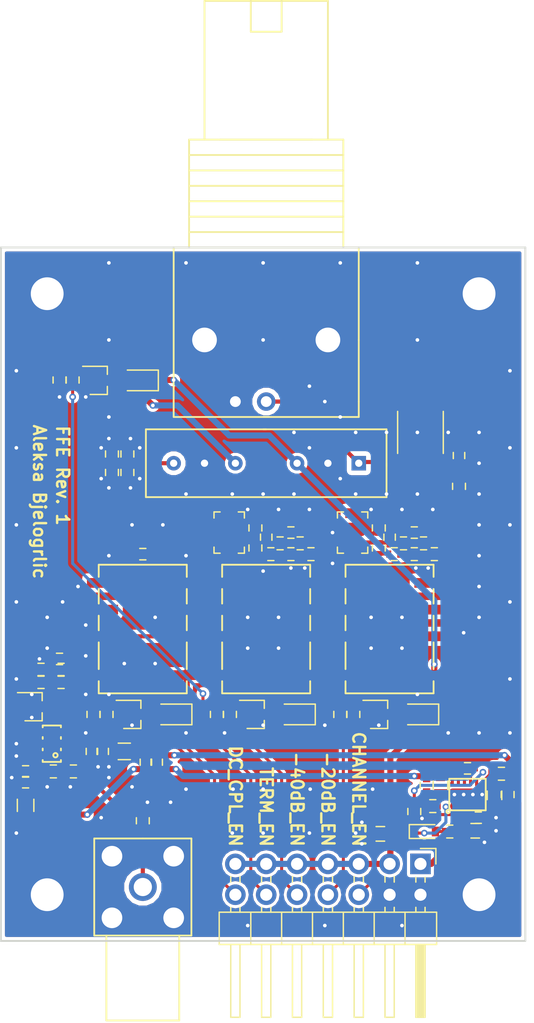
<source format=kicad_pcb>
(kicad_pcb (version 4) (host pcbnew 4.0.7)
  (layers (0 F.Cu signal) (1 In1.Cu signal hide) (2 In2.Cu signal hide) (31 B.Cu signal hide) (35 F.Paste user) (36 B.SilkS user) (37 F.SilkS user) (38 B.Mask user) (39 F.Mask user) (44 Edge.Cuts user))
  (net 0 "")
  (net 1 "Net-(C1-Pad1)")
  (net 2 GND)
  (net 3 "Net-(C2-Pad1)")
  (net 4 "Net-(C2-Pad2)")
  (net 5 "Net-(C3-Pad2)")
  (net 6 "Net-(C5-Pad1)")
  (net 7 "Net-(C5-Pad2)")
  (net 8 "Net-(C6-Pad2)")
  (net 9 "Net-(C8-Pad1)")
  (net 10 "Net-(C8-Pad2)")
  (net 11 /AMP)
  (net 12 -2V5)
  (net 13 +2V5)
  (net 14 VDD)
  (net 15 VSS)
  (net 16 +5VD)
  (net 17 +5VA)
  (net 18 "Net-(C18-Pad1)")
  (net 19 "Net-(C18-Pad2)")
  (net 20 "Net-(C19-Pad1)")
  (net 21 "Net-(D1-Pad2)")
  (net 22 "Net-(D2-Pad2)")
  (net 23 "Net-(D3-Pad2)")
  (net 24 "Net-(D4-Pad2)")
  (net 25 "Net-(D5-Pad3)")
  (net 26 "Net-(D6-Pad1)")
  (net 27 "Net-(D6-Pad2)")
  (net 28 "Net-(J2-Pad1)")
  (net 29 /CHANNEL_EN)
  (net 30 /TERM_EN)
  (net 31 /-20dB_EN)
  (net 32 /-40dB_EN)
  (net 33 /DC_CPL_EN)
  (net 34 "Net-(K1-Pad4)")
  (net 35 "Net-(K2-Pad6)")
  (net 36 /Attenuator/IN)
  (net 37 "Net-(K2-Pad2)")
  (net 38 /Attenuator/OUT)
  (net 39 "Net-(K3-Pad2)")
  (net 40 "Net-(K4-Pad2)")
  (net 41 "Net-(Q1-Pad1)")
  (net 42 "Net-(Q2-Pad1)")
  (net 43 "Net-(Q3-Pad1)")
  (net 44 "Net-(Q4-Pad1)")
  (net 45 "Net-(R10-Pad1)")
  (net 46 "Net-(R11-Pad1)")
  (net 47 "Net-(R13-Pad2)")
  (net 48 "Net-(R14-Pad2)")
  (net 49 "Net-(R19-Pad1)")
  (net 50 "Net-(R20-Pad1)")
  (net 51 "Net-(R22-Pad2)")
  (net 52 "Net-(R23-Pad2)")
  (net 53 "Net-(R28-Pad2)")
  (net 54 "Net-(R29-Pad2)")
  (net 55 "Net-(R32-Pad1)")
  (net 56 "Net-(R33-Pad1)")
  (net 57 "Net-(R37-Pad2)")
  (net 58 "Net-(R39-Pad2)")
  (module Capacitors_SMD:C_0603 (layer F.Cu) (at 170.18 112.4585 270)
    (fp_text reference C21 hide)
    (fp_text value 10uF)
    (pad 2 smd rect (at 0.75 0 270) (size 0.8 0.75) (layers F.Cu F.Paste F.Mask) (net 12 -2V5))
    (pad 1 smd rect (at -0.75 0 270) (size 0.8 0.75) (layers F.Cu F.Paste F.Mask) (net 2 GND))
  )
  (module DSO:12-WSON (layer F.Cu) (at 167.9575 112.395 90)
    (fp_text reference U2 hide)
    (fp_text value LM27762)
    (pad 12 smd rect (at 0.95 -1.25 90) (size 0.5 0.25) (layers F.Cu F.Paste F.Mask) (net 29 /CHANNEL_EN))
    (pad 11 smd rect (at 0.95 -0.75 90) (size 0.5 0.25) (layers F.Cu F.Paste F.Mask) (net 13 +2V5))
    (pad 10 smd rect (at 0.95 -0.25 90) (size 0.5 0.25) (layers F.Cu F.Paste F.Mask) (net 18 "Net-(C18-Pad1)"))
    (pad 9 smd rect (at 0.95 0.25 90) (size 0.5 0.25) (layers F.Cu F.Paste F.Mask) (net 19 "Net-(C18-Pad2)"))
    (pad 8 smd rect (at 0.95 0.75 90) (size 0.5 0.25) (layers F.Cu F.Paste F.Mask) (net 29 /CHANNEL_EN))
    (pad 7 smd rect (at 0.95 1.25 90) (size 0.5 0.25) (layers F.Cu F.Paste F.Mask) (net 58 "Net-(R39-Pad2)"))
    (pad 6 smd rect (at -0.95 1.25 90) (size 0.5 0.25) (layers F.Cu F.Paste F.Mask) (net 12 -2V5))
    (pad 5 smd rect (at -0.95 0.75 90) (size 0.5 0.25) (layers F.Cu F.Paste F.Mask) (net 20 "Net-(C19-Pad1)"))
    (pad 4 smd rect (at -0.95 0.25 90) (size 0.5 0.25) (layers F.Cu F.Paste F.Mask) (net 2 GND))
    (pad 1 smd rect (at -0.95 -1.25 90) (size 0.5 0.25) (layers F.Cu F.Paste F.Mask) (net 26 "Net-(D6-Pad1)"))
    (pad 2 smd rect (at -0.95 -0.75 90) (size 0.5 0.25) (layers F.Cu F.Paste F.Mask) (net 57 "Net-(R37-Pad2)"))
    (pad 13 smd rect (at 0 0 90) (size 1 2.65) (layers F.Cu F.Mask) (net 2 GND))
    (pad 3 smd rect (at -0.95 -0.25 90) (size 0.5 0.25) (layers F.Cu F.Paste F.Mask) (net 17 +5VA))
  )
  (module Capacitors_SMD:C_0402 (layer F.Cu) (at 167.259 84.455 90)
    (fp_text reference C1 hide)
    (fp_text value 10pF)
    (pad 1 smd rect (at -0.55 0 90) (size 0.6 0.5) (layers F.Cu F.Paste F.Mask) (net 1 "Net-(C1-Pad1)"))
    (pad 2 smd rect (at 0.55 0 90) (size 0.6 0.5) (layers F.Cu F.Paste F.Mask) (net 2 GND))
  )
  (module Capacitors_SMD:C_0402 (layer F.Cu) (at 163.576 90.805)
    (fp_text reference C2 hide)
    (fp_text value 5.6pF)
    (pad 1 smd rect (at -0.55 0) (size 0.6 0.5) (layers F.Cu F.Paste F.Mask) (net 3 "Net-(C2-Pad1)"))
    (pad 2 smd rect (at 0.55 0) (size 0.6 0.5) (layers F.Cu F.Paste F.Mask) (net 4 "Net-(C2-Pad2)"))
  )
  (module Capacitors_SMD:C_0402 (layer F.Cu) (at 161.544 91.186 90)
    (fp_text reference C3 hide)
    (fp_text value 39pF)
    (pad 1 smd rect (at -0.55 0 90) (size 0.6 0.5) (layers F.Cu F.Paste F.Mask) (net 3 "Net-(C2-Pad1)"))
    (pad 2 smd rect (at 0.55 0 90) (size 0.6 0.5) (layers F.Cu F.Paste F.Mask) (net 5 "Net-(C3-Pad2)"))
  )
  (module Capacitors_SMD:C_Trimmer_Murata_TZY2 (layer F.Cu) (at 158.496 90.805 90)
    (fp_text reference C4 hide)
    (fp_text value 3-10pF)
    (pad 1 smd rect (at -1.6 0 90) (size 0.8 1.2) (layers F.Cu F.Paste F.Mask) (net 3 "Net-(C2-Pad1)"))
    (pad 2 smd rect (at 1.6 0 90) (size 0.8 1.2) (layers F.Cu F.Paste F.Mask) (net 5 "Net-(C3-Pad2)"))
  )
  (module Capacitors_SMD:C_0402 (layer F.Cu) (at 153.416 90.805)
    (fp_text reference C5 hide)
    (fp_text value 5pF)
    (pad 1 smd rect (at -0.55 0) (size 0.6 0.5) (layers F.Cu F.Paste F.Mask) (net 6 "Net-(C5-Pad1)"))
    (pad 2 smd rect (at 0.55 0) (size 0.6 0.5) (layers F.Cu F.Paste F.Mask) (net 7 "Net-(C5-Pad2)"))
  )
  (module Capacitors_SMD:C_0402 (layer F.Cu) (at 151.384 91.186 90)
    (fp_text reference C6 hide)
    (fp_text value 470pF)
    (pad 1 smd rect (at -0.55 0 90) (size 0.6 0.5) (layers F.Cu F.Paste F.Mask) (net 6 "Net-(C5-Pad1)"))
    (pad 2 smd rect (at 0.55 0 90) (size 0.6 0.5) (layers F.Cu F.Paste F.Mask) (net 8 "Net-(C6-Pad2)"))
  )
  (module Capacitors_SMD:C_Trimmer_Murata_TZY2 (layer F.Cu) (at 148.336 90.805 90)
    (fp_text reference C7 hide)
    (fp_text value 8-45pF)
    (pad 1 smd rect (at -1.6 0 90) (size 0.8 1.2) (layers F.Cu F.Paste F.Mask) (net 6 "Net-(C5-Pad1)"))
    (pad 2 smd rect (at 1.6 0 90) (size 0.8 1.2) (layers F.Cu F.Paste F.Mask) (net 8 "Net-(C6-Pad2)"))
  )
  (module Capacitors_SMD:C_0402 (layer F.Cu) (at 141.224 92.583)
    (fp_text reference C8 hide)
    (fp_text value 22nF)
    (pad 1 smd rect (at -0.55 0) (size 0.6 0.5) (layers F.Cu F.Paste F.Mask) (net 9 "Net-(C8-Pad1)"))
    (pad 2 smd rect (at 0.55 0) (size 0.6 0.5) (layers F.Cu F.Paste F.Mask) (net 10 "Net-(C8-Pad2)"))
  )
  (module Capacitors_SMD:C_0402 (layer F.Cu) (at 134.366 101.219 180)
    (fp_text reference C9 hide)
    (fp_text value 5pF)
    (pad 1 smd rect (at -0.55 0 180) (size 0.6 0.5) (layers F.Cu F.Paste F.Mask) (net 11 /AMP))
    (pad 2 smd rect (at 0.55 0 180) (size 0.6 0.5) (layers F.Cu F.Paste F.Mask) (net 2 GND))
  )
  (module Capacitors_SMD:C_0402 (layer F.Cu) (at 141.478 109.728 270)
    (fp_text reference C10 hide)
    (fp_text value 0.1uF)
    (pad 1 smd rect (at -0.55 0 270) (size 0.6 0.5) (layers F.Cu F.Paste F.Mask) (net 12 -2V5))
    (pad 2 smd rect (at 0.55 0 270) (size 0.6 0.5) (layers F.Cu F.Paste F.Mask) (net 13 +2V5))
  )
  (module Capacitors_SMD:C_0402 (layer F.Cu) (at 142.367 109.728 90)
    (fp_text reference C11 hide)
    (fp_text value 1nF)
    (pad 1 smd rect (at -0.55 0 90) (size 0.6 0.5) (layers F.Cu F.Paste F.Mask) (net 13 +2V5))
    (pad 2 smd rect (at 0.55 0 90) (size 0.6 0.5) (layers F.Cu F.Paste F.Mask) (net 12 -2V5))
  )
  (module Capacitors_SMD:C_0402 (layer F.Cu) (at 131.572 110.49 180)
    (fp_text reference C12 hide)
    (fp_text value 1nF)
    (pad 1 smd rect (at -0.55 0 180) (size 0.6 0.5) (layers F.Cu F.Paste F.Mask) (net 14 VDD))
    (pad 2 smd rect (at 0.55 0 180) (size 0.6 0.5) (layers F.Cu F.Paste F.Mask) (net 2 GND))
  )
  (module Capacitors_SMD:C_0402 (layer F.Cu) (at 137.033 108.839 270)
    (fp_text reference C13 hide)
    (fp_text value 1nF)
    (pad 1 smd rect (at -0.55 0 270) (size 0.6 0.5) (layers F.Cu F.Paste F.Mask) (net 15 VSS))
    (pad 2 smd rect (at 0.55 0 270) (size 0.6 0.5) (layers F.Cu F.Paste F.Mask) (net 2 GND))
  )
  (module Capacitors_SMD:C_0402 (layer F.Cu) (at 131.572 111.379)
    (fp_text reference C14 hide)
    (fp_text value 0.1uF)
    (pad 1 smd rect (at -0.55 0) (size 0.6 0.5) (layers F.Cu F.Paste F.Mask) (net 2 GND))
    (pad 2 smd rect (at 0.55 0) (size 0.6 0.5) (layers F.Cu F.Paste F.Mask) (net 14 VDD))
  )
  (module Capacitors_SMD:C_0402 (layer F.Cu) (at 137.922 108.839 90)
    (fp_text reference C15 hide)
    (fp_text value 0.1uF)
    (pad 1 smd rect (at -0.55 0 90) (size 0.6 0.5) (layers F.Cu F.Paste F.Mask) (net 2 GND))
    (pad 2 smd rect (at 0.55 0 90) (size 0.6 0.5) (layers F.Cu F.Paste F.Mask) (net 15 VSS))
  )
  (module Capacitors_SMD:C_0603 (layer F.Cu) (at 160.782 115.6335)
    (fp_text reference C16 hide)
    (fp_text value 10uF)
    (pad 2 smd rect (at 0.75 0) (size 0.8 0.75) (layers F.Cu F.Paste F.Mask) (net 16 +5VD))
    (pad 1 smd rect (at -0.75 0) (size 0.8 0.75) (layers F.Cu F.Paste F.Mask) (net 2 GND))
  )
  (module Capacitors_SMD:C_0603 (layer F.Cu) (at 168.5925 115.3795)
    (fp_text reference C17 hide)
    (fp_text value 10uF)
    (pad 2 smd rect (at 0.75 0) (size 0.8 0.75) (layers F.Cu F.Paste F.Mask) (net 2 GND))
    (pad 1 smd rect (at -0.75 0) (size 0.8 0.75) (layers F.Cu F.Paste F.Mask) (net 17 +5VA))
  )
  (module Capacitors_SMD:C_0402 (layer F.Cu) (at 167.9575 110.236)
    (fp_text reference C18 hide)
    (fp_text value 0.47uF)
    (pad 1 smd rect (at -0.55 0) (size 0.6 0.5) (layers F.Cu F.Paste F.Mask) (net 18 "Net-(C18-Pad1)"))
    (pad 2 smd rect (at 0.55 0) (size 0.6 0.5) (layers F.Cu F.Paste F.Mask) (net 19 "Net-(C18-Pad2)"))
  )
  (module Capacitors_SMD:C_0402 (layer F.Cu) (at 168.8465 114.3 180)
    (fp_text reference C19 hide)
    (fp_text value 2.2uF)
    (pad 1 smd rect (at -0.55 0 180) (size 0.6 0.5) (layers F.Cu F.Paste F.Mask) (net 20 "Net-(C19-Pad1)"))
    (pad 2 smd rect (at 0.55 0 180) (size 0.6 0.5) (layers F.Cu F.Paste F.Mask) (net 2 GND))
  )
  (module Capacitors_SMD:C_0603 (layer F.Cu) (at 165.735 111.633 270)
    (fp_text reference C20 hide)
    (fp_text value 10uF)
    (pad 2 smd rect (at 0.75 0 270) (size 0.8 0.75) (layers F.Cu F.Paste F.Mask) (net 2 GND))
    (pad 1 smd rect (at -0.75 0 270) (size 0.8 0.75) (layers F.Cu F.Paste F.Mask) (net 13 +2V5))
  )
  (module Diodes_SMD:D_SOD-323 (layer F.Cu) (at 141.00175 78.26375 180)
    (fp_text reference D1 hide)
    (fp_text value 1N4148)
    (pad 1 smd rect (at -1.05 0 180) (size 0.6 0.45) (layers F.Cu F.Paste F.Mask) (net 16 +5VD))
    (pad 2 smd rect (at 1.05 0 180) (size 0.6 0.45) (layers F.Cu F.Paste F.Mask) (net 21 "Net-(D1-Pad2)"))
  )
  (module Diodes_SMD:D_SOD-323 (layer F.Cu) (at 164.084 105.791 180)
    (fp_text reference D2 hide)
    (fp_text value 1N4148)
    (pad 1 smd rect (at -1.05 0 180) (size 0.6 0.45) (layers F.Cu F.Paste F.Mask) (net 16 +5VD))
    (pad 2 smd rect (at 1.05 0 180) (size 0.6 0.45) (layers F.Cu F.Paste F.Mask) (net 22 "Net-(D2-Pad2)"))
  )
  (module Diodes_SMD:D_SOD-323 (layer F.Cu) (at 153.924 105.791 180)
    (fp_text reference D3 hide)
    (fp_text value 1N4148)
    (pad 1 smd rect (at -1.05 0 180) (size 0.6 0.45) (layers F.Cu F.Paste F.Mask) (net 16 +5VD))
    (pad 2 smd rect (at 1.05 0 180) (size 0.6 0.45) (layers F.Cu F.Paste F.Mask) (net 23 "Net-(D3-Pad2)"))
  )
  (module Diodes_SMD:D_SOD-323 (layer F.Cu) (at 143.764 105.791 180)
    (fp_text reference D4 hide)
    (fp_text value 1N4148)
    (pad 1 smd rect (at -1.05 0 180) (size 0.6 0.45) (layers F.Cu F.Paste F.Mask) (net 16 +5VD))
    (pad 2 smd rect (at 1.05 0 180) (size 0.6 0.45) (layers F.Cu F.Paste F.Mask) (net 24 "Net-(D4-Pad2)"))
  )
  (module TO_SOT_Packages_SMD:SOT-323_SC-70 (layer F.Cu) (at 132.207 105.156)
    (fp_text reference D5 hide)
    (fp_text value BAV99)
    (pad 1 smd rect (at -1 -0.65 270) (size 0.45 0.7) (layers F.Cu F.Paste F.Mask) (net 2 GND))
    (pad 2 smd rect (at -1 0.65 270) (size 0.45 0.7) (layers F.Cu F.Paste F.Mask) (net 2 GND))
    (pad 3 smd rect (at 1 0 270) (size 0.45 0.7) (layers F.Cu F.Paste F.Mask) (net 25 "Net-(D5-Pad3)"))
  )
  (module Diodes_SMD:D_0603 (layer F.Cu) (at 164.465 115.443)
    (fp_text reference D6 hide)
    (fp_text value "Green LED")
    (pad 1 smd rect (at -0.85 0) (size 0.6 0.8) (layers F.Cu F.Paste F.Mask) (net 26 "Net-(D6-Pad1)"))
    (pad 2 smd rect (at 0.85 0) (size 0.6 0.8) (layers F.Cu F.Paste F.Mask) (net 27 "Net-(D6-Pad2)"))
  )
  (module Resistors_SMD:R_1812 (layer F.Cu) (at 164.084 82.55 90)
    (fp_text reference GDT1 hide)
    (fp_text value GDT)
    (pad 1 smd rect (at -2.44 0 90) (size 1.6 3.5) (layers F.Cu F.Paste F.Mask) (net 1 "Net-(C1-Pad1)"))
    (pad 2 smd rect (at 2.44 0 90) (size 1.6 3.5) (layers F.Cu F.Paste F.Mask) (net 2 GND))
  )
  (module DSO:BNC (layer F.Cu) (at 151.384 77.47)
    (fp_text reference J1 hide)
    (fp_text value BNC)
    (pad 2 thru_hole circle (at -5.08 -2.54) (size 3.048 3.048) (drill 2.032) (layers *.Cu *.Mask) (net 2 GND))
    (pad 2 thru_hole circle (at 5.08 -2.54) (size 3.048 3.048) (drill 2.032) (layers *.Cu *.Mask) (net 2 GND))
    (pad 1 thru_hole circle (at 0 2.54) (size 1.524 1.524) (drill 0.889) (layers *.Cu *.Mask) (net 1 "Net-(C1-Pad1)"))
    (pad 2 thru_hole circle (at -2.54 2.54) (size 1.524 1.524) (drill 0.889) (layers *.Cu *.Mask) (net 2 GND))
  )
  (module DSO:SMA (layer F.Cu) (at 141.224 120.015 180)
    (fp_text reference J2 hide)
    (fp_text value SMA)
    (pad 2 thru_hole circle (at -2.54 2.54 180) (size 2.6 2.6) (drill 1.7) (layers *.Cu *.Mask) (net 2 GND))
    (pad 2 thru_hole circle (at 2.54 2.54 180) (size 2.6 2.6) (drill 1.7) (layers *.Cu *.Mask) (net 2 GND))
    (pad 2 thru_hole circle (at 2.54 -2.54 180) (size 2.6 2.6) (drill 1.7) (layers *.Cu *.Mask) (net 2 GND))
    (pad 1 thru_hole circle (at 0 0 180) (size 2.3 2.3) (drill 1.5) (layers *.Cu *.Mask) (net 28 "Net-(J2-Pad1)"))
    (pad 2 thru_hole circle (at -2.54 -2.54 180) (size 2.6 2.6) (drill 1.7) (layers *.Cu *.Mask) (net 2 GND))
  )
  (module DSO:FTR-B3G (layer F.Cu) (at 161.544 97.155 90)
    (fp_text reference K2 hide)
    (fp_text value FTR-B3GA)
    (pad 8 smd rect (at -5.4 -3.32 90) (size 0.8 2.56) (layers F.Cu F.Paste F.Mask) (net 22 "Net-(D2-Pad2)"))
    (pad 1 smd rect (at -5.4 3.32 90) (size 0.8 2.56) (layers F.Cu F.Paste F.Mask) (net 16 +5VD))
    (pad 5 smd rect (at 2.2 -3.32 90) (size 0.8 2.56) (layers F.Cu F.Paste F.Mask) (net 3 "Net-(C2-Pad1)"))
    (pad 6 smd rect (at 0 -3.32 90) (size 0.8 2.56) (layers F.Cu F.Paste F.Mask) (net 35 "Net-(K2-Pad6)"))
    (pad 4 smd rect (at 2.2 3.32 90) (size 0.8 2.56) (layers F.Cu F.Paste F.Mask) (net 4 "Net-(C2-Pad2)"))
    (pad 3 smd rect (at 0 3.32 90) (size 0.8 2.56) (layers F.Cu F.Paste F.Mask) (net 36 /Attenuator/IN))
    (pad 7 smd rect (at -2.2 -3.32 90) (size 0.8 2.56) (layers F.Cu F.Paste F.Mask) (net 37 "Net-(K2-Pad2)"))
    (pad 2 smd rect (at -2.2 3.32 90) (size 0.8 2.56) (layers F.Cu F.Paste F.Mask) (net 37 "Net-(K2-Pad2)"))
  )
  (module DSO:FTR-B3G (layer F.Cu) (at 151.384 97.155 90)
    (fp_text reference K3 hide)
    (fp_text value FTR-B3GA)
    (pad 8 smd rect (at -5.4 -3.32 90) (size 0.8 2.56) (layers F.Cu F.Paste F.Mask) (net 23 "Net-(D3-Pad2)"))
    (pad 1 smd rect (at -5.4 3.32 90) (size 0.8 2.56) (layers F.Cu F.Paste F.Mask) (net 16 +5VD))
    (pad 5 smd rect (at 2.2 -3.32 90) (size 0.8 2.56) (layers F.Cu F.Paste F.Mask) (net 6 "Net-(C5-Pad1)"))
    (pad 6 smd rect (at 0 -3.32 90) (size 0.8 2.56) (layers F.Cu F.Paste F.Mask) (net 38 /Attenuator/OUT))
    (pad 4 smd rect (at 2.2 3.32 90) (size 0.8 2.56) (layers F.Cu F.Paste F.Mask) (net 7 "Net-(C5-Pad2)"))
    (pad 3 smd rect (at 0 3.32 90) (size 0.8 2.56) (layers F.Cu F.Paste F.Mask) (net 35 "Net-(K2-Pad6)"))
    (pad 7 smd rect (at -2.2 -3.32 90) (size 0.8 2.56) (layers F.Cu F.Paste F.Mask) (net 39 "Net-(K3-Pad2)"))
    (pad 2 smd rect (at -2.2 3.32 90) (size 0.8 2.56) (layers F.Cu F.Paste F.Mask) (net 39 "Net-(K3-Pad2)"))
  )
  (module DSO:FTR-B3G (layer F.Cu) (at 141.224 97.155 90)
    (fp_text reference K4 hide)
    (fp_text value FTR-B3GA)
    (pad 8 smd rect (at -5.4 -3.32 90) (size 0.8 2.56) (layers F.Cu F.Paste F.Mask) (net 24 "Net-(D4-Pad2)"))
    (pad 1 smd rect (at -5.4 3.32 90) (size 0.8 2.56) (layers F.Cu F.Paste F.Mask) (net 16 +5VD))
    (pad 5 smd rect (at 2.2 -3.32 90) (size 0.8 2.56) (layers F.Cu F.Paste F.Mask) (net 9 "Net-(C8-Pad1)"))
    (pad 6 smd rect (at 0 -3.32 90) (size 0.8 2.56) (layers F.Cu F.Paste F.Mask) (net 11 /AMP))
    (pad 4 smd rect (at 2.2 3.32 90) (size 0.8 2.56) (layers F.Cu F.Paste F.Mask) (net 10 "Net-(C8-Pad2)"))
    (pad 3 smd rect (at 0 3.32 90) (size 0.8 2.56) (layers F.Cu F.Paste F.Mask) (net 38 /Attenuator/OUT))
    (pad 7 smd rect (at -2.2 -3.32 90) (size 0.8 2.56) (layers F.Cu F.Paste F.Mask) (net 40 "Net-(K4-Pad2)"))
    (pad 2 smd rect (at -2.2 3.32 90) (size 0.8 2.56) (layers F.Cu F.Paste F.Mask) (net 40 "Net-(K4-Pad2)"))
  )
  (module Resistors_SMD:R_0603 (layer F.Cu) (at 131.572 113.284 270)
    (fp_text reference L1 hide)
    (fp_text value "150 OHM @ 100 MHz")
    (pad 1 smd rect (at -0.75 0 270) (size 0.5 0.9) (layers F.Cu F.Paste F.Mask) (net 14 VDD))
    (pad 2 smd rect (at 0.75 0 270) (size 0.5 0.9) (layers F.Cu F.Paste F.Mask) (net 13 +2V5))
  )
  (module Resistors_SMD:R_0603 (layer F.Cu) (at 139.7 108.839)
    (fp_text reference L2 hide)
    (fp_text value "150 OHM @ 100 MHz")
    (pad 1 smd rect (at -0.75 0) (size 0.5 0.9) (layers F.Cu F.Paste F.Mask) (net 15 VSS))
    (pad 2 smd rect (at 0.75 0) (size 0.5 0.9) (layers F.Cu F.Paste F.Mask) (net 12 -2V5))
  )
  (module Mounting_Holes:MountingHole_2.7mm_M2.5_ISO14580_Pad (layer F.Cu) (at 168.91 120.65)
    (fp_text reference MH1 hide)
    (fp_text value "Mounting Hole")
    (pad 1 thru_hole circle (at 0 0) (size 4.5 4.5) (drill 2.7) (layers *.Cu *.Mask) (net 2 GND))
  )
  (module Mounting_Holes:MountingHole_2.7mm_M2.5_ISO14580_Pad (layer F.Cu) (at 168.91 71.12)
    (fp_text reference MH2 hide)
    (fp_text value "Mounting Hole")
    (pad 1 thru_hole circle (at 0 0) (size 4.5 4.5) (drill 2.7) (layers *.Cu *.Mask) (net 2 GND))
  )
  (module Mounting_Holes:MountingHole_2.7mm_M2.5_ISO14580_Pad (layer F.Cu) (at 133.35 120.65)
    (fp_text reference MH3 hide)
    (fp_text value "Mounting Hole")
    (pad 1 thru_hole circle (at 0 0) (size 4.5 4.5) (drill 2.7) (layers *.Cu *.Mask) (net 2 GND))
  )
  (module Mounting_Holes:MountingHole_2.7mm_M2.5_ISO14580_Pad (layer F.Cu) (at 133.35 71.12)
    (fp_text reference MH4 hide)
    (fp_text value "Mounting Hole")
    (pad 1 thru_hole circle (at 0 0) (size 4.5 4.5) (drill 2.7) (layers *.Cu *.Mask) (net 2 GND))
  )
  (module TO_SOT_Packages_SMD:SOT-323_SC-70 (layer F.Cu) (at 137.57275 78.26375)
    (fp_text reference Q1 hide)
    (fp_text value DMN62D0UW)
    (pad 1 smd rect (at -1 -0.65 270) (size 0.45 0.7) (layers F.Cu F.Paste F.Mask) (net 41 "Net-(Q1-Pad1)"))
    (pad 2 smd rect (at -1 0.65 270) (size 0.45 0.7) (layers F.Cu F.Paste F.Mask) (net 2 GND))
    (pad 3 smd rect (at 1 0 270) (size 0.45 0.7) (layers F.Cu F.Paste F.Mask) (net 21 "Net-(D1-Pad2)"))
  )
  (module TO_SOT_Packages_SMD:SOT-323_SC-70 (layer F.Cu) (at 160.655 105.791)
    (fp_text reference Q2 hide)
    (fp_text value DMN62D0UW)
    (pad 1 smd rect (at -1 -0.65 270) (size 0.45 0.7) (layers F.Cu F.Paste F.Mask) (net 42 "Net-(Q2-Pad1)"))
    (pad 2 smd rect (at -1 0.65 270) (size 0.45 0.7) (layers F.Cu F.Paste F.Mask) (net 2 GND))
    (pad 3 smd rect (at 1 0 270) (size 0.45 0.7) (layers F.Cu F.Paste F.Mask) (net 22 "Net-(D2-Pad2)"))
  )
  (module TO_SOT_Packages_SMD:SOT-323_SC-70 (layer F.Cu) (at 150.495 105.791)
    (fp_text reference Q3 hide)
    (fp_text value DMN62D0UW)
    (pad 1 smd rect (at -1 -0.65 270) (size 0.45 0.7) (layers F.Cu F.Paste F.Mask) (net 43 "Net-(Q3-Pad1)"))
    (pad 2 smd rect (at -1 0.65 270) (size 0.45 0.7) (layers F.Cu F.Paste F.Mask) (net 2 GND))
    (pad 3 smd rect (at 1 0 270) (size 0.45 0.7) (layers F.Cu F.Paste F.Mask) (net 23 "Net-(D3-Pad2)"))
  )
  (module TO_SOT_Packages_SMD:SOT-323_SC-70 (layer F.Cu) (at 140.335 105.791)
    (fp_text reference Q4 hide)
    (fp_text value DMN62D0UW)
    (pad 1 smd rect (at -1 -0.65 270) (size 0.45 0.7) (layers F.Cu F.Paste F.Mask) (net 44 "Net-(Q4-Pad1)"))
    (pad 2 smd rect (at -1 0.65 270) (size 0.45 0.7) (layers F.Cu F.Paste F.Mask) (net 2 GND))
    (pad 3 smd rect (at 1 0 270) (size 0.45 0.7) (layers F.Cu F.Paste F.Mask) (net 24 "Net-(D4-Pad2)"))
  )
  (module Resistors_SMD:R_0402 (layer F.Cu) (at 135.4455 78.232 270)
    (fp_text reference R1 hide)
    (fp_text value 1k)
    (pad 1 smd rect (at -0.45 0 270) (size 0.4 0.6) (layers F.Cu F.Paste F.Mask) (net 41 "Net-(Q1-Pad1)"))
    (pad 2 smd rect (at 0.45 0 270) (size 0.4 0.6) (layers F.Cu F.Paste F.Mask) (net 30 /TERM_EN))
  )
  (module Resistors_SMD:R_0402 (layer F.Cu) (at 134.366 78.232 270)
    (fp_text reference R2 hide)
    (fp_text value 10k)
    (pad 1 smd rect (at -0.45 0 270) (size 0.4 0.6) (layers F.Cu F.Paste F.Mask) (net 41 "Net-(Q1-Pad1)"))
    (pad 2 smd rect (at 0.45 0 270) (size 0.4 0.6) (layers F.Cu F.Paste F.Mask) (net 2 GND))
  )
  (module Resistors_SMD:R_0402 (layer F.Cu) (at 139.954 84.328 90)
    (fp_text reference R3 hide)
    (fp_text value 200)
    (pad 1 smd rect (at -0.45 0 90) (size 0.4 0.6) (layers F.Cu F.Paste F.Mask) (net 34 "Net-(K1-Pad4)"))
    (pad 2 smd rect (at 0.45 0 90) (size 0.4 0.6) (layers F.Cu F.Paste F.Mask) (net 2 GND))
  )
  (module Resistors_SMD:R_0402 (layer F.Cu) (at 139.954 85.852 270)
    (fp_text reference R4 hide)
    (fp_text value 200)
    (pad 1 smd rect (at -0.45 0 270) (size 0.4 0.6) (layers F.Cu F.Paste F.Mask) (net 34 "Net-(K1-Pad4)"))
    (pad 2 smd rect (at 0.45 0 270) (size 0.4 0.6) (layers F.Cu F.Paste F.Mask) (net 2 GND))
  )
  (module Resistors_SMD:R_0402 (layer F.Cu) (at 138.684 85.852 270)
    (fp_text reference R5 hide)
    (fp_text value 200)
    (pad 1 smd rect (at -0.45 0 270) (size 0.4 0.6) (layers F.Cu F.Paste F.Mask) (net 34 "Net-(K1-Pad4)"))
    (pad 2 smd rect (at 0.45 0 270) (size 0.4 0.6) (layers F.Cu F.Paste F.Mask) (net 2 GND))
  )
  (module Resistors_SMD:R_0402 (layer F.Cu) (at 138.684 84.328 90)
    (fp_text reference R6 hide)
    (fp_text value 200)
    (pad 1 smd rect (at -0.45 0 90) (size 0.4 0.6) (layers F.Cu F.Paste F.Mask) (net 34 "Net-(K1-Pad4)"))
    (pad 2 smd rect (at 0.45 0 90) (size 0.4 0.6) (layers F.Cu F.Paste F.Mask) (net 2 GND))
  )
  (module Resistors_SMD:R_0402 (layer F.Cu) (at 167.259 86.995 90)
    (fp_text reference R7 hide)
    (fp_text value 33)
    (pad 1 smd rect (at -0.45 0 90) (size 0.4 0.6) (layers F.Cu F.Paste F.Mask) (net 36 /Attenuator/IN))
    (pad 2 smd rect (at 0.45 0 90) (size 0.4 0.6) (layers F.Cu F.Paste F.Mask) (net 1 "Net-(C1-Pad1)"))
  )
  (module Resistors_SMD:R_0402 (layer F.Cu) (at 158.5595 105.791 270)
    (fp_text reference R8 hide)
    (fp_text value 1k)
    (pad 1 smd rect (at -0.45 0 270) (size 0.4 0.6) (layers F.Cu F.Paste F.Mask) (net 42 "Net-(Q2-Pad1)"))
    (pad 2 smd rect (at 0.45 0 270) (size 0.4 0.6) (layers F.Cu F.Paste F.Mask) (net 31 /-20dB_EN))
  )
  (module Resistors_SMD:R_0402 (layer F.Cu) (at 157.48 105.791 270)
    (fp_text reference R9 hide)
    (fp_text value 10k)
    (pad 1 smd rect (at -0.45 0 270) (size 0.4 0.6) (layers F.Cu F.Paste F.Mask) (net 42 "Net-(Q2-Pad1)"))
    (pad 2 smd rect (at 0.45 0 270) (size 0.4 0.6) (layers F.Cu F.Paste F.Mask) (net 2 GND))
  )
  (module Resistors_SMD:R_0402 (layer F.Cu) (at 165.227 92.583)
    (fp_text reference R10 hide)
    (fp_text value 300k)
    (pad 1 smd rect (at -0.45 0) (size 0.4 0.6) (layers F.Cu F.Paste F.Mask) (net 45 "Net-(R10-Pad1)"))
    (pad 2 smd rect (at 0.45 0) (size 0.4 0.6) (layers F.Cu F.Paste F.Mask) (net 4 "Net-(C2-Pad2)"))
  )
  (module Resistors_SMD:R_0402 (layer F.Cu) (at 164.338 91.694)
    (fp_text reference R11 hide)
    (fp_text value 300k)
    (pad 1 smd rect (at -0.45 0) (size 0.4 0.6) (layers F.Cu F.Paste F.Mask) (net 46 "Net-(R11-Pad1)"))
    (pad 2 smd rect (at 0.45 0) (size 0.4 0.6) (layers F.Cu F.Paste F.Mask) (net 45 "Net-(R10-Pad1)"))
  )
  (module Resistors_SMD:R_0402 (layer F.Cu) (at 162.687 91.694)
    (fp_text reference R12 hide)
    (fp_text value 300k)
    (pad 1 smd rect (at -0.45 0) (size 0.4 0.6) (layers F.Cu F.Paste F.Mask) (net 3 "Net-(C2-Pad1)"))
    (pad 2 smd rect (at 0.45 0) (size 0.4 0.6) (layers F.Cu F.Paste F.Mask) (net 46 "Net-(R11-Pad1)"))
  )
  (module Resistors_SMD:R_0402 (layer F.Cu) (at 160.655 92.075 270)
    (fp_text reference R13 hide)
    (fp_text value 39k)
    (pad 1 smd rect (at -0.45 0 270) (size 0.4 0.6) (layers F.Cu F.Paste F.Mask) (net 3 "Net-(C2-Pad1)"))
    (pad 2 smd rect (at 0.45 0 270) (size 0.4 0.6) (layers F.Cu F.Paste F.Mask) (net 47 "Net-(R13-Pad2)"))
  )
  (module Resistors_SMD:R_0402 (layer F.Cu) (at 161.925 92.583)
    (fp_text reference R14 hide)
    (fp_text value 39k)
    (pad 1 smd rect (at -0.45 0) (size 0.4 0.6) (layers F.Cu F.Paste F.Mask) (net 47 "Net-(R13-Pad2)"))
    (pad 2 smd rect (at 0.45 0) (size 0.4 0.6) (layers F.Cu F.Paste F.Mask) (net 48 "Net-(R14-Pad2)"))
  )
  (module Resistors_SMD:R_0402 (layer F.Cu) (at 163.576 92.583)
    (fp_text reference R15 hide)
    (fp_text value 33.2k)
    (pad 1 smd rect (at -0.45 0) (size 0.4 0.6) (layers F.Cu F.Paste F.Mask) (net 48 "Net-(R14-Pad2)"))
    (pad 2 smd rect (at 0.45 0) (size 0.4 0.6) (layers F.Cu F.Paste F.Mask) (net 2 GND))
  )
  (module Resistors_SMD:R_0402 (layer F.Cu) (at 160.655 90.424 90)
    (fp_text reference R16 hide)
    (fp_text value TBD)
    (pad 1 smd rect (at -0.45 0 90) (size 0.4 0.6) (layers F.Cu F.Paste F.Mask) (net 5 "Net-(C3-Pad2)"))
    (pad 2 smd rect (at 0.45 0 90) (size 0.4 0.6) (layers F.Cu F.Paste F.Mask) (net 2 GND))
  )
  (module Resistors_SMD:R_0402 (layer F.Cu) (at 148.3995 105.791 270)
    (fp_text reference R17 hide)
    (fp_text value 1k)
    (pad 1 smd rect (at -0.45 0 270) (size 0.4 0.6) (layers F.Cu F.Paste F.Mask) (net 43 "Net-(Q3-Pad1)"))
    (pad 2 smd rect (at 0.45 0 270) (size 0.4 0.6) (layers F.Cu F.Paste F.Mask) (net 32 /-40dB_EN))
  )
  (module Resistors_SMD:R_0402 (layer F.Cu) (at 147.32 105.791 270)
    (fp_text reference R18 hide)
    (fp_text value 10k)
    (pad 1 smd rect (at -0.45 0 270) (size 0.4 0.6) (layers F.Cu F.Paste F.Mask) (net 43 "Net-(Q3-Pad1)"))
    (pad 2 smd rect (at 0.45 0 270) (size 0.4 0.6) (layers F.Cu F.Paste F.Mask) (net 2 GND))
  )
  (module Resistors_SMD:R_0402 (layer F.Cu) (at 155.067 92.583)
    (fp_text reference R19 hide)
    (fp_text value 330k)
    (pad 1 smd rect (at -0.45 0) (size 0.4 0.6) (layers F.Cu F.Paste F.Mask) (net 49 "Net-(R19-Pad1)"))
    (pad 2 smd rect (at 0.45 0) (size 0.4 0.6) (layers F.Cu F.Paste F.Mask) (net 7 "Net-(C5-Pad2)"))
  )
  (module Resistors_SMD:R_0402 (layer F.Cu) (at 154.178 91.694)
    (fp_text reference R20 hide)
    (fp_text value 330k)
    (pad 1 smd rect (at -0.45 0) (size 0.4 0.6) (layers F.Cu F.Paste F.Mask) (net 50 "Net-(R20-Pad1)"))
    (pad 2 smd rect (at 0.45 0) (size 0.4 0.6) (layers F.Cu F.Paste F.Mask) (net 49 "Net-(R19-Pad1)"))
  )
  (module Resistors_SMD:R_0402 (layer F.Cu) (at 152.527 91.694)
    (fp_text reference R21 hide)
    (fp_text value 330k)
    (pad 1 smd rect (at -0.45 0) (size 0.4 0.6) (layers F.Cu F.Paste F.Mask) (net 6 "Net-(C5-Pad1)"))
    (pad 2 smd rect (at 0.45 0) (size 0.4 0.6) (layers F.Cu F.Paste F.Mask) (net 50 "Net-(R20-Pad1)"))
  )
  (module Resistors_SMD:R_0402 (layer F.Cu) (at 150.495 92.075 270)
    (fp_text reference R22 hide)
    (fp_text value 3.3k)
    (pad 1 smd rect (at -0.45 0 270) (size 0.4 0.6) (layers F.Cu F.Paste F.Mask) (net 6 "Net-(C5-Pad1)"))
    (pad 2 smd rect (at 0.45 0 270) (size 0.4 0.6) (layers F.Cu F.Paste F.Mask) (net 51 "Net-(R22-Pad2)"))
  )
  (module Resistors_SMD:R_0402 (layer F.Cu) (at 151.765 92.583)
    (fp_text reference R23 hide)
    (fp_text value 3.4k)
    (pad 1 smd rect (at -0.45 0) (size 0.4 0.6) (layers F.Cu F.Paste F.Mask) (net 51 "Net-(R22-Pad2)"))
    (pad 2 smd rect (at 0.45 0) (size 0.4 0.6) (layers F.Cu F.Paste F.Mask) (net 52 "Net-(R23-Pad2)"))
  )
  (module Resistors_SMD:R_0402 (layer F.Cu) (at 153.416 92.583)
    (fp_text reference R24 hide)
    (fp_text value 3.4k)
    (pad 1 smd rect (at -0.45 0) (size 0.4 0.6) (layers F.Cu F.Paste F.Mask) (net 52 "Net-(R23-Pad2)"))
    (pad 2 smd rect (at 0.45 0) (size 0.4 0.6) (layers F.Cu F.Paste F.Mask) (net 2 GND))
  )
  (module Resistors_SMD:R_0402 (layer F.Cu) (at 150.495 90.424 90)
    (fp_text reference R25 hide)
    (fp_text value TBD)
    (pad 1 smd rect (at -0.45 0 90) (size 0.4 0.6) (layers F.Cu F.Paste F.Mask) (net 8 "Net-(C6-Pad2)"))
    (pad 2 smd rect (at 0.45 0 90) (size 0.4 0.6) (layers F.Cu F.Paste F.Mask) (net 2 GND))
  )
  (module Resistors_SMD:R_0402 (layer F.Cu) (at 138.2395 105.791 270)
    (fp_text reference R26 hide)
    (fp_text value 1k)
    (pad 1 smd rect (at -0.45 0 270) (size 0.4 0.6) (layers F.Cu F.Paste F.Mask) (net 44 "Net-(Q4-Pad1)"))
    (pad 2 smd rect (at 0.45 0 270) (size 0.4 0.6) (layers F.Cu F.Paste F.Mask) (net 33 /DC_CPL_EN))
  )
  (module Resistors_SMD:R_0402 (layer F.Cu) (at 137.16 105.791 270)
    (fp_text reference R27 hide)
    (fp_text value 10k)
    (pad 1 smd rect (at -0.45 0 270) (size 0.4 0.6) (layers F.Cu F.Paste F.Mask) (net 44 "Net-(Q4-Pad1)"))
    (pad 2 smd rect (at 0.45 0 270) (size 0.4 0.6) (layers F.Cu F.Paste F.Mask) (net 2 GND))
  )
  (module Resistors_SMD:R_0402 (layer F.Cu) (at 134.493 102.108 180)
    (fp_text reference R28 hide)
    (fp_text value 390k)
    (pad 1 smd rect (at -0.45 0 180) (size 0.4 0.6) (layers F.Cu F.Paste F.Mask) (net 11 /AMP))
    (pad 2 smd rect (at 0.45 0 180) (size 0.4 0.6) (layers F.Cu F.Paste F.Mask) (net 53 "Net-(R28-Pad2)"))
  )
  (module Resistors_SMD:R_0402 (layer F.Cu) (at 132.842 102.108 180)
    (fp_text reference R29 hide)
    (fp_text value 390k)
    (pad 1 smd rect (at -0.45 0 180) (size 0.4 0.6) (layers F.Cu F.Paste F.Mask) (net 53 "Net-(R28-Pad2)"))
    (pad 2 smd rect (at 0.45 0 180) (size 0.4 0.6) (layers F.Cu F.Paste F.Mask) (net 54 "Net-(R29-Pad2)"))
  )
  (module Resistors_SMD:R_0402 (layer F.Cu) (at 132.842 103.124)
    (fp_text reference R30 hide)
    (fp_text value 332k)
    (pad 1 smd rect (at -0.45 0) (size 0.4 0.6) (layers F.Cu F.Paste F.Mask) (net 54 "Net-(R29-Pad2)"))
    (pad 2 smd rect (at 0.45 0) (size 0.4 0.6) (layers F.Cu F.Paste F.Mask) (net 2 GND))
  )
  (module Resistors_SMD:R_0402 (layer F.Cu) (at 134.493 103.124 180)
    (fp_text reference R31 hide)
    (fp_text value 3.3k)
    (pad 1 smd rect (at -0.45 0 180) (size 0.4 0.6) (layers F.Cu F.Paste F.Mask) (net 11 /AMP))
    (pad 2 smd rect (at 0.45 0 180) (size 0.4 0.6) (layers F.Cu F.Paste F.Mask) (net 25 "Net-(D5-Pad3)"))
  )
  (module Resistors_SMD:R_0402 (layer F.Cu) (at 133.858 110.49 180)
    (fp_text reference R32 hide)
    (fp_text value 180)
    (pad 1 smd rect (at -0.45 0 180) (size 0.4 0.6) (layers F.Cu F.Paste F.Mask) (net 55 "Net-(R32-Pad1)"))
    (pad 2 smd rect (at 0.45 0 180) (size 0.4 0.6) (layers F.Cu F.Paste F.Mask) (net 2 GND))
  )
  (module Resistors_SMD:R_0402 (layer F.Cu) (at 135.509 110.49 180)
    (fp_text reference R33 hide)
    (fp_text value 1.62k)
    (pad 1 smd rect (at -0.45 0 180) (size 0.4 0.6) (layers F.Cu F.Paste F.Mask) (net 56 "Net-(R33-Pad1)"))
    (pad 2 smd rect (at 0.45 0 180) (size 0.4 0.6) (layers F.Cu F.Paste F.Mask) (net 55 "Net-(R32-Pad1)"))
  )
  (module Resistors_SMD:R_0402 (layer F.Cu) (at 141.224 114.554 90)
    (fp_text reference R34 hide)
    (fp_text value 50)
    (pad 1 smd rect (at -0.45 0 90) (size 0.4 0.6) (layers F.Cu F.Paste F.Mask) (net 28 "Net-(J2-Pad1)"))
    (pad 2 smd rect (at 0.45 0 90) (size 0.4 0.6) (layers F.Cu F.Paste F.Mask) (net 56 "Net-(R33-Pad1)"))
  )
  (module Resistors_SMD:R_0402 (layer F.Cu) (at 166.497 115.443 180)
    (fp_text reference R35 hide)
    (fp_text value 1k)
    (pad 1 smd rect (at -0.45 0 180) (size 0.4 0.6) (layers F.Cu F.Paste F.Mask) (net 17 +5VA))
    (pad 2 smd rect (at 0.45 0 180) (size 0.4 0.6) (layers F.Cu F.Paste F.Mask) (net 27 "Net-(D6-Pad2)"))
  )
  (module Resistors_SMD:R_0402 (layer F.Cu) (at 163.576 113.792 270)
    (fp_text reference R36 hide)
    (fp_text value 10k)
    (pad 1 smd rect (at -0.45 0 270) (size 0.4 0.6) (layers F.Cu F.Paste F.Mask) (net 29 /CHANNEL_EN))
    (pad 2 smd rect (at 0.45 0 270) (size 0.4 0.6) (layers F.Cu F.Paste F.Mask) (net 2 GND))
  )
  (module Resistors_SMD:R_0402 (layer F.Cu) (at 164.592 111.633 270)
    (fp_text reference R37 hide)
    (fp_text value 107k)
    (pad 1 smd rect (at -0.45 0 270) (size 0.4 0.6) (layers F.Cu F.Paste F.Mask) (net 13 +2V5))
    (pad 2 smd rect (at 0.45 0 270) (size 0.4 0.6) (layers F.Cu F.Paste F.Mask) (net 57 "Net-(R37-Pad2)"))
  )
  (module Resistors_SMD:R_0402 (layer F.Cu) (at 165.1 113.3475)
    (fp_text reference R38 hide)
    (fp_text value 100k)
    (pad 1 smd rect (at -0.45 0) (size 0.4 0.6) (layers F.Cu F.Paste F.Mask) (net 57 "Net-(R37-Pad2)"))
    (pad 2 smd rect (at 0.45 0) (size 0.4 0.6) (layers F.Cu F.Paste F.Mask) (net 2 GND))
  )
  (module Resistors_SMD:R_0402 (layer F.Cu) (at 170.7515 110.6805)
    (fp_text reference R39 hide)
    (fp_text value 100k)
    (pad 1 smd rect (at -0.45 0) (size 0.4 0.6) (layers F.Cu F.Paste F.Mask) (net 2 GND))
    (pad 2 smd rect (at 0.45 0) (size 0.4 0.6) (layers F.Cu F.Paste F.Mask) (net 58 "Net-(R39-Pad2)"))
  )
  (module Resistors_SMD:R_0402 (layer F.Cu) (at 171.2595 112.395 270)
    (fp_text reference R40 hide)
    (fp_text value 105k)
    (pad 1 smd rect (at -0.45 0 270) (size 0.4 0.6) (layers F.Cu F.Paste F.Mask) (net 58 "Net-(R39-Pad2)"))
    (pad 2 smd rect (at 0.45 0 270) (size 0.4 0.6) (layers F.Cu F.Paste F.Mask) (net 12 -2V5))
  )
  (module DSO:TSOT-23 (layer F.Cu) (at 133.731 108.204 90)
    (fp_text reference U1 hide)
    (fp_text value LTC6268-10)
    (pad 6 smd rect (at -0.95 -1.31 90) (size 0.62 1.22) (layers F.Cu F.Paste F.Mask) (net 14 VDD))
    (pad 5 smd rect (at 0 -1.31 90) (size 0.62 1.22) (layers F.Cu F.Paste F.Mask))
    (pad 4 smd rect (at 0.95 -1.31 90) (size 0.62 1.22) (layers F.Cu F.Paste F.Mask) (net 55 "Net-(R32-Pad1)"))
    (pad 3 smd rect (at 0.95 1.31 90) (size 0.62 1.22) (layers F.Cu F.Paste F.Mask) (net 11 /AMP))
    (pad 2 smd rect (at 0 1.31 90) (size 0.62 1.22) (layers F.Cu F.Paste F.Mask) (net 15 VSS))
    (pad 1 smd rect (at -0.95 1.31 90) (size 0.62 1.22) (layers F.Cu F.Paste F.Mask) (net 56 "Net-(R33-Pad1)"))
  )
  (module Pin_Headers:Pin_Header_Angled_2x07_Pitch2.54mm (layer F.Cu) (at 164.084 118.11 270)
    (fp_text reference J3 hide)
    (fp_text value Conn_02x07_Odd_Even)
    (pad 1 thru_hole rect (at 0 0 270) (size 1.7 1.7) (drill 1) (layers *.Cu *.Mask) (net 17 +5VA))
    (pad 2 thru_hole oval (at 2.54 0 270) (size 1.7 1.7) (drill 1) (layers *.Cu *.Mask) (net 2 GND))
    (pad 3 thru_hole oval (at 0 2.54 270) (size 1.7 1.7) (drill 1) (layers *.Cu *.Mask) (net 16 +5VD))
    (pad 4 thru_hole oval (at 2.54 2.54 270) (size 1.7 1.7) (drill 1) (layers *.Cu *.Mask) (net 2 GND))
    (pad 5 thru_hole oval (at 0 5.08 270) (size 1.7 1.7) (drill 1) (layers *.Cu *.Mask) (net 16 +5VD))
    (pad 6 thru_hole oval (at 2.54 5.08 270) (size 1.7 1.7) (drill 1) (layers *.Cu *.Mask) (net 29 /CHANNEL_EN))
    (pad 7 thru_hole oval (at 0 7.62 270) (size 1.7 1.7) (drill 1) (layers *.Cu *.Mask) (net 16 +5VD))
    (pad 8 thru_hole oval (at 2.54 7.62 270) (size 1.7 1.7) (drill 1) (layers *.Cu *.Mask) (net 31 /-20dB_EN))
    (pad 9 thru_hole oval (at 0 10.16 270) (size 1.7 1.7) (drill 1) (layers *.Cu *.Mask) (net 16 +5VD))
    (pad 10 thru_hole oval (at 2.54 10.16 270) (size 1.7 1.7) (drill 1) (layers *.Cu *.Mask) (net 32 /-40dB_EN))
    (pad 11 thru_hole oval (at 0 12.7 270) (size 1.7 1.7) (drill 1) (layers *.Cu *.Mask) (net 16 +5VD))
    (pad 12 thru_hole oval (at 2.54 12.7 270) (size 1.7 1.7) (drill 1) (layers *.Cu *.Mask) (net 30 /TERM_EN))
    (pad 13 thru_hole oval (at 0 15.24 270) (size 1.7 1.7) (drill 1) (layers *.Cu *.Mask) (net 16 +5VD))
    (pad 14 thru_hole oval (at 2.54 15.24 270) (size 1.7 1.7) (drill 1) (layers *.Cu *.Mask) (net 33 /DC_CPL_EN))
  )
  (module DSO:KOTO_9002 (layer F.Cu) (at 151.384 85.09 180)
    (fp_text reference K1 hide)
    (fp_text value 9002-xx-10)
    (pad 2 thru_hole circle (at -2.54 0 180) (size 1.2 1.2) (drill 0.6) (layers *.Cu *.Mask) (net 16 +5VD))
    (pad 1 thru_hole rect (at -7.62 0 180) (size 1.2 1.2) (drill 0.6) (layers *.Cu *.Mask) (net 1 "Net-(C1-Pad1)"))
    (pad 5 thru_hole circle (at -5.08 0 180) (size 1.2 1.2) (drill 0.6) (layers *.Cu *.Mask) (net 2 GND))
    (pad 3 thru_hole circle (at 2.54 0 180) (size 1.2 1.2) (drill 0.6) (layers *.Cu *.Mask) (net 21 "Net-(D1-Pad2)"))
    (pad 6 thru_hole circle (at 5.08 0 180) (size 1.2 1.2) (drill 0.6) (layers *.Cu *.Mask) (net 2 GND))
    (pad 4 thru_hole circle (at 7.62 0 180) (size 1.2 1.2) (drill 0.6) (layers *.Cu *.Mask) (net 34 "Net-(K1-Pad4)"))
  )
  (gr_text "Aleksa Bjelogrlic" (at 132.715 88.265 270) (layer F.SilkS) (effects (font (size 1 1) (thickness 0.2))))
  (gr_text "FFE Rev. 1" (at 134.62 86.106 270) (layer F.SilkS) (effects (font (size 1 1) (thickness 0.2))))
  (gr_text CHANNEL_EN (at 159.004 111.9505 270) (layer F.SilkS) (effects (font (size 1 1) (thickness 0.2))))
  (gr_text -20dB_EN (at 156.464 112.776 270) (layer F.SilkS) (effects (font (size 1 1) (thickness 0.2))))
  (gr_text -40dB_EN (at 153.924 112.776 270) (layer F.SilkS) (effects (font (size 1 1) (thickness 0.2))))
  (gr_text TERM_EN (at 151.384 113.411 270) (layer F.SilkS) (effects (font (size 1 1) (thickness 0.2))))
  (gr_text DC_CPL_EN (at 148.844 112.522 270) (layer F.SilkS) (effects (font (size 1 1) (thickness 0.2))))
  (gr_line (start 172.72 124.46) (end 172.72 67.31) (angle 90) (layer Edge.Cuts) (width 0.15))
  (gr_line (start 129.54 124.46) (end 172.72 124.46) (angle 90) (layer Edge.Cuts) (width 0.15))
  (gr_line (start 129.54 67.31) (end 129.54 124.46) (angle 90) (layer Edge.Cuts) (width 0.15))
  (gr_line (start 172.72 67.31) (end 129.54 67.31) (angle 90) (layer Edge.Cuts) (width 0.15))
  (segment (start 167.259 85.005) (end 167.259 86.545) (width 0.34163) (layer F.Cu) (net 1))
  (segment (start 167.259 85.005) (end 164.099 85.005) (width 0.34163) (layer F.Cu) (net 1))
  (segment (start 164.099 85.005) (end 164.084 84.99) (width 0.34163) (layer F.Cu) (net 1))
  (segment (start 164.084 84.99) (end 159.104 84.99) (width 0.34163) (layer F.Cu) (net 1))
  (segment (start 159.104 84.99) (end 159.004 85.09) (width 0.34163) (layer F.Cu) (net 1))
  (segment (start 151.384 80.01) (end 153.924 80.01) (width 0.34163) (layer F.Cu) (net 1))
  (segment (start 153.924 80.01) (end 159.004 85.09) (width 0.34163) (layer F.Cu) (net 1))
  (via (at 142.24 97.79) (size 0.55) (drill 0.3) (layers F.Cu B.Cu) (net 2))
  (segment (start 149.86 97.79) (end 151.13 97.79) (width 0.25) (layer B.Cu) (net 2))
  (via (at 149.86 97.79) (size 0.55) (drill 0.3) (layers F.Cu B.Cu) (net 2))
  (segment (start 142.24 97.79) (end 149.86 97.79) (width 0.25) (layer B.Cu) (net 2))
  (segment (start 156.845 90.805) (end 154.94 88.9) (width 0.25) (layer F.Cu) (net 2))
  (via (at 149.86 88.9) (size 0.55) (drill 0.3) (layers F.Cu B.Cu) (net 2))
  (segment (start 149.86 88.9) (end 152.4 88.9) (width 0.25) (layer F.Cu) (net 2))
  (via (at 152.4 88.9) (size 0.55) (drill 0.3) (layers F.Cu B.Cu) (net 2))
  (segment (start 152.4 88.9) (end 154.94 88.9) (width 0.25) (layer B.Cu) (net 2))
  (via (at 154.94 88.9) (size 0.55) (drill 0.3) (layers F.Cu B.Cu) (net 2))
  (segment (start 149.86 88.9) (end 151.13 87.63) (width 0.25) (layer B.Cu) (net 2))
  (via (at 156.845 90.805) (size 0.55) (drill 0.3) (layers F.Cu B.Cu) (net 2))
  (segment (start 146.304 85.09) (end 146.304 85.344) (width 0.25) (layer F.Cu) (net 2))
  (segment (start 146.304 85.344) (end 148.59 87.63) (width 0.25) (layer F.Cu) (net 2))
  (via (at 148.59 87.63) (size 0.55) (drill 0.3) (layers F.Cu B.Cu) (net 2))
  (segment (start 151.13 87.63) (end 148.59 87.63) (width 0.25) (layer B.Cu) (net 2))
  (segment (start 146.304 85.344) (end 148.59 87.63) (width 0.25) (layer B.Cu) (net 2))
  (segment (start 151.13 87.63) (end 153.67 87.63) (width 0.25) (layer F.Cu) (net 2))
  (via (at 151.13 87.63) (size 0.55) (drill 0.3) (layers F.Cu B.Cu) (net 2))
  (via (at 153.67 87.63) (size 0.55) (drill 0.3) (layers F.Cu B.Cu) (net 2))
  (segment (start 171.45 107.315) (end 168.91 107.315) (width 0.25) (layer B.Cu) (net 2))
  (segment (start 168.91 71.12) (end 168.91 74.93) (width 0.25) (layer B.Cu) (net 2))
  (segment (start 171.45 102.87) (end 171.45 107.315) (width 0.25) (layer B.Cu) (net 2))
  (via (at 171.45 102.87) (size 0.55) (drill 0.3) (layers F.Cu B.Cu) (net 2))
  (segment (start 171.45 96.52) (end 171.45 102.87) (width 0.25) (layer B.Cu) (net 2))
  (via (at 171.45 96.52) (size 0.55) (drill 0.3) (layers F.Cu B.Cu) (net 2))
  (segment (start 171.45 90.17) (end 171.45 96.52) (width 0.25) (layer B.Cu) (net 2))
  (via (at 171.45 90.17) (size 0.55) (drill 0.3) (layers F.Cu B.Cu) (net 2))
  (segment (start 171.45 83.82) (end 171.45 90.17) (width 0.25) (layer B.Cu) (net 2))
  (via (at 171.45 83.82) (size 0.55) (drill 0.3) (layers F.Cu B.Cu) (net 2))
  (segment (start 171.45 77.47) (end 171.45 83.82) (width 0.25) (layer B.Cu) (net 2))
  (via (at 171.45 77.47) (size 0.55) (drill 0.3) (layers F.Cu B.Cu) (net 2))
  (segment (start 168.91 74.93) (end 171.45 77.47) (width 0.25) (layer B.Cu) (net 2))
  (via (at 171.45 107.315) (size 0.55) (drill 0.3) (layers F.Cu B.Cu) (net 2))
  (via (at 166.37 107.315) (size 0.55) (drill 0.3) (layers F.Cu B.Cu) (net 2))
  (segment (start 168.91 107.315) (end 166.37 107.315) (width 0.25) (layer F.Cu) (net 2))
  (via (at 168.91 107.315) (size 0.55) (drill 0.3) (layers F.Cu B.Cu) (net 2))
  (segment (start 170.18 111.7085) (end 169.8505 111.7085) (width 0.25) (layer F.Cu) (net 2))
  (segment (start 169.8505 111.7085) (end 169.164 112.395) (width 0.25) (layer F.Cu) (net 2))
  (segment (start 169.164 112.395) (end 167.9575 112.395) (width 0.25) (layer F.Cu) (net 2))
  (segment (start 170.3015 110.6805) (end 170.3015 111.575) (width 0.25) (layer F.Cu) (net 2))
  (segment (start 170.3015 111.575) (end 170.1165 111.76) (width 0.25) (layer F.Cu) (net 2))
  (segment (start 170.1165 111.76) (end 170.18 111.7085) (width 0.25) (layer F.Cu) (net 2))
  (segment (start 165.55 113.3475) (end 165.55 112.6435) (width 0.25) (layer F.Cu) (net 2))
  (segment (start 165.55 112.6435) (end 166.0525 112.141) (width 0.25) (layer F.Cu) (net 2))
  (segment (start 166.0525 112.141) (end 166.9415 112.141) (width 0.25) (layer F.Cu) (net 2))
  (segment (start 166.9415 112.141) (end 167.9575 112.395) (width 0.25) (layer F.Cu) (net 2))
  (segment (start 165.55 113.3475) (end 165.55 112.453) (width 0.25) (layer F.Cu) (net 2))
  (segment (start 165.55 112.453) (end 165.862 112.141) (width 0.25) (layer F.Cu) (net 2))
  (segment (start 165.862 112.141) (end 165.735 112.383) (width 0.25) (layer F.Cu) (net 2))
  (segment (start 165.735 112.383) (end 167.0565 112.383) (width 0.25) (layer F.Cu) (net 2))
  (segment (start 167.0565 112.383) (end 167.3225 112.649) (width 0.25) (layer F.Cu) (net 2))
  (segment (start 167.3225 112.649) (end 167.9575 112.395) (width 0.25) (layer F.Cu) (net 2))
  (segment (start 163.576 114.242) (end 164.0895 114.242) (width 0.25) (layer F.Cu) (net 2))
  (via (at 164.211 114.3635) (size 0.55) (drill 0.3) (layers F.Cu B.Cu) (net 2))
  (segment (start 164.0895 114.242) (end 164.211 114.3635) (width 0.25) (layer F.Cu) (net 2))
  (segment (start 165.55 113.3475) (end 165.55 112.58) (width 0.25) (layer F.Cu) (net 2))
  (segment (start 165.55 112.58) (end 165.6715 112.4585) (width 0.25) (layer F.Cu) (net 2))
  (segment (start 165.6715 112.4585) (end 165.735 112.383) (width 0.25) (layer F.Cu) (net 2))
  (segment (start 169.3425 115.3795) (end 169.6085 115.3795) (width 0.25) (layer F.Cu) (net 2))
  (segment (start 169.6085 115.3795) (end 170.307 114.681) (width 0.25) (layer F.Cu) (net 2))
  (via (at 170.307 114.3) (size 0.55) (drill 0.3) (layers F.Cu B.Cu) (net 2))
  (segment (start 170.307 114.681) (end 170.307 114.3) (width 0.25) (layer F.Cu) (net 2))
  (segment (start 169.3425 115.3795) (end 169.3425 116.32) (width 0.25) (layer F.Cu) (net 2))
  (via (at 169.3545 116.332) (size 0.55) (drill 0.3) (layers F.Cu B.Cu) (net 2))
  (segment (start 169.3425 116.32) (end 169.3545 116.332) (width 0.25) (layer F.Cu) (net 2))
  (segment (start 169.3425 115.3795) (end 170.307 115.3795) (width 0.25) (layer F.Cu) (net 2))
  (via (at 170.307 115.3795) (size 0.55) (drill 0.3) (layers F.Cu B.Cu) (net 2))
  (segment (start 168.2075 113.345) (end 168.2075 114.169) (width 0.25) (layer F.Cu) (net 2))
  (segment (start 168.2075 114.169) (end 168.275 114.2365) (width 0.25) (layer F.Cu) (net 2))
  (segment (start 168.275 114.2365) (end 168.2965 114.3) (width 0.25) (layer F.Cu) (net 2))
  (segment (start 165.735 112.383) (end 166.8025 112.383) (width 0.25) (layer F.Cu) (net 2))
  (segment (start 166.8025 112.383) (end 166.8145 112.395) (width 0.25) (layer F.Cu) (net 2))
  (segment (start 166.8145 112.395) (end 167.9575 112.395) (width 0.25) (layer F.Cu) (net 2))
  (segment (start 165.735 112.383) (end 165.735 112.4585) (width 0.25) (layer F.Cu) (net 2))
  (segment (start 165.735 112.4585) (end 165.5445 112.649) (width 0.25) (layer F.Cu) (net 2))
  (segment (start 165.5445 112.649) (end 165.5445 113.284) (width 0.25) (layer F.Cu) (net 2))
  (segment (start 165.5445 113.284) (end 165.55 113.3475) (width 0.25) (layer F.Cu) (net 2))
  (segment (start 165.735 112.383) (end 166.866 112.383) (width 0.25) (layer F.Cu) (net 2))
  (segment (start 166.866 112.383) (end 166.878 112.395) (width 0.25) (layer F.Cu) (net 2))
  (via (at 166.878 112.395) (size 0.55) (drill 0.3) (layers F.Cu B.Cu) (net 2))
  (segment (start 166.878 112.395) (end 167.64 112.395) (width 0.25) (layer B.Cu) (net 2))
  (via (at 167.64 112.395) (size 0.55) (drill 0.3) (layers F.Cu B.Cu) (net 2))
  (segment (start 167.64 112.395) (end 167.894 112.395) (width 0.25) (layer F.Cu) (net 2))
  (via (at 168.402 112.395) (size 0.55) (drill 0.3) (layers F.Cu B.Cu) (net 2))
  (segment (start 168.402 112.395) (end 169.164 112.395) (width 0.25) (layer B.Cu) (net 2))
  (via (at 169.164 112.395) (size 0.55) (drill 0.3) (layers F.Cu B.Cu) (net 2))
  (segment (start 169.164 112.395) (end 167.894 112.395) (width 0.25) (layer F.Cu) (net 2))
  (segment (start 138.43 92.71) (end 140.335 90.17) (width 0.25) (layer B.Cu) (net 2))
  (segment (start 138.43 87.122) (end 138.43 92.71) (width 0.25) (layer B.Cu) (net 2))
  (via (at 138.43 92.71) (size 0.55) (drill 0.3) (layers F.Cu B.Cu) (net 2))
  (via (at 138.43 87.122) (size 0.55) (drill 0.3) (layers F.Cu B.Cu) (net 2))
  (via (at 142.875 90.17) (size 0.55) (drill 0.3) (layers F.Cu B.Cu) (net 2))
  (segment (start 140.335 90.17) (end 142.875 90.17) (width 0.25) (layer F.Cu) (net 2))
  (via (at 140.335 90.17) (size 0.55) (drill 0.3) (layers F.Cu B.Cu) (net 2))
  (via (at 140.208 87.122) (size 0.55) (drill 0.3) (layers F.Cu B.Cu) (net 2))
  (segment (start 158.75 115.57) (end 158.75 115.189) (width 0.25) (layer B.Cu) (net 2))
  (via (at 159.258 114.681) (size 0.55) (drill 0.3) (layers F.Cu B.Cu) (net 2))
  (segment (start 158.75 115.189) (end 159.258 114.681) (width 0.25) (layer B.Cu) (net 2))
  (segment (start 158.75 115.57) (end 158.75 115.951) (width 0.25) (layer F.Cu) (net 2))
  (segment (start 146.685 117.475) (end 148.59 115.57) (width 0.25) (layer B.Cu) (net 2))
  (via (at 148.59 115.57) (size 0.55) (drill 0.3) (layers F.Cu B.Cu) (net 2))
  (segment (start 148.59 115.57) (end 151.13 115.57) (width 0.25) (layer B.Cu) (net 2))
  (via (at 151.13 115.57) (size 0.55) (drill 0.3) (layers F.Cu B.Cu) (net 2))
  (segment (start 151.13 115.57) (end 154.94 115.57) (width 0.25) (layer B.Cu) (net 2))
  (via (at 154.94 115.57) (size 0.55) (drill 0.3) (layers F.Cu B.Cu) (net 2))
  (segment (start 154.94 115.57) (end 158.75 115.57) (width 0.25) (layer B.Cu) (net 2))
  (via (at 158.75 115.57) (size 0.55) (drill 0.3) (layers F.Cu B.Cu) (net 2))
  (segment (start 143.764 117.475) (end 146.685 117.475) (width 0.25) (layer B.Cu) (net 2))
  (via (at 159.258 116.459) (size 0.55) (drill 0.3) (layers F.Cu B.Cu) (net 2))
  (segment (start 158.75 115.951) (end 159.258 116.459) (width 0.25) (layer F.Cu) (net 2))
  (via (at 144.78 111.9505) (size 0.55) (drill 0.3) (layers F.Cu B.Cu) (net 2))
  (via (at 160.147 111.9505) (size 0.55) (drill 0.3) (layers F.Cu B.Cu) (net 2))
  (segment (start 155.0035 111.9505) (end 160.147 111.9505) (width 0.25) (layer B.Cu) (net 2))
  (via (at 155.0035 111.9505) (size 0.55) (drill 0.3) (layers F.Cu B.Cu) (net 2))
  (segment (start 151.13 111.9505) (end 155.0035 111.9505) (width 0.25) (layer B.Cu) (net 2))
  (via (at 151.13 111.9505) (size 0.55) (drill 0.3) (layers F.Cu B.Cu) (net 2))
  (segment (start 148.6535 111.9505) (end 151.13 111.9505) (width 0.25) (layer B.Cu) (net 2))
  (via (at 148.6535 111.9505) (size 0.55) (drill 0.3) (layers F.Cu B.Cu) (net 2))
  (segment (start 148.6535 111.9505) (end 144.78 111.9505) (width 0.25) (layer B.Cu) (net 2))
  (segment (start 131.022 111.379) (end 130.81 111.379) (width 0.25) (layer F.Cu) (net 2))
  (segment (start 130.81 111.379) (end 130.429 110.998) (width 0.25) (layer F.Cu) (net 2))
  (via (at 130.429 110.998) (size 0.55) (drill 0.3) (layers F.Cu B.Cu) (net 2))
  (segment (start 138.43 110.998) (end 138.43 110.109) (width 0.25) (layer B.Cu) (net 2))
  (via (at 138.43 110.998) (size 0.55) (drill 0.3) (layers F.Cu B.Cu) (net 2))
  (via (at 138.43 110.109) (size 0.55) (drill 0.3) (layers F.Cu B.Cu) (net 2))
  (segment (start 137.033 109.389) (end 137.033 109.601) (width 0.25) (layer F.Cu) (net 2))
  (segment (start 137.033 109.601) (end 137.541 110.109) (width 0.25) (layer F.Cu) (net 2))
  (via (at 137.541 110.109) (size 0.55) (drill 0.3) (layers F.Cu B.Cu) (net 2))
  (segment (start 130.81 109.22) (end 130.81 108.204) (width 0.25) (layer F.Cu) (net 2))
  (via (at 130.81 109.22) (size 0.55) (drill 0.3) (layers F.Cu B.Cu) (net 2))
  (via (at 130.81 108.204) (size 0.55) (drill 0.3) (layers F.Cu B.Cu) (net 2))
  (segment (start 133.816 101.219) (end 132.715 101.219) (width 0.25) (layer F.Cu) (net 2))
  (via (at 132.715 101.219) (size 0.55) (drill 0.3) (layers F.Cu B.Cu) (net 2))
  (segment (start 133.816 101.219) (end 133.816 100.796) (width 0.25) (layer F.Cu) (net 2))
  (segment (start 133.35 97.79) (end 134.62 96.52) (width 0.25) (layer B.Cu) (net 2))
  (via (at 133.35 97.79) (size 0.55) (drill 0.3) (layers F.Cu B.Cu) (net 2))
  (segment (start 133.35 97.79) (end 133.35 100.33) (width 0.25) (layer B.Cu) (net 2))
  (via (at 133.35 100.33) (size 0.55) (drill 0.3) (layers F.Cu B.Cu) (net 2))
  (via (at 134.62 96.52) (size 0.55) (drill 0.3) (layers F.Cu B.Cu) (net 2))
  (segment (start 133.816 100.796) (end 133.35 100.33) (width 0.25) (layer F.Cu) (net 2))
  (segment (start 133.292 103.124) (end 133.292 103.309) (width 0.25) (layer F.Cu) (net 2))
  (segment (start 133.292 103.309) (end 132.715 103.886) (width 0.25) (layer F.Cu) (net 2))
  (segment (start 131.953 103.886) (end 131.445 104.394) (width 0.25) (layer F.Cu) (net 2))
  (segment (start 132.715 103.886) (end 131.953 103.886) (width 0.25) (layer F.Cu) (net 2))
  (segment (start 131.445 104.394) (end 131.207 104.506) (width 0.25) (layer F.Cu) (net 2))
  (segment (start 133.292 103.124) (end 133.292 103.563) (width 0.25) (layer F.Cu) (net 2))
  (via (at 132.08 104.14) (size 0.55) (drill 0.3) (layers F.Cu B.Cu) (net 2))
  (segment (start 132.715 104.14) (end 132.08 104.14) (width 0.25) (layer F.Cu) (net 2))
  (segment (start 133.292 103.563) (end 132.715 104.14) (width 0.25) (layer F.Cu) (net 2))
  (segment (start 153.866 92.583) (end 153.866 93.033) (width 0.25) (layer F.Cu) (net 2))
  (via (at 153.416 93.726) (size 0.55) (drill 0.3) (layers F.Cu B.Cu) (net 2))
  (segment (start 154.559 93.726) (end 153.416 93.726) (width 0.25) (layer B.Cu) (net 2))
  (via (at 154.559 93.726) (size 0.55) (drill 0.3) (layers F.Cu B.Cu) (net 2))
  (segment (start 153.866 93.033) (end 154.559 93.726) (width 0.25) (layer F.Cu) (net 2))
  (segment (start 164.026 92.583) (end 164.026 93.033) (width 0.25) (layer F.Cu) (net 2))
  (via (at 163.703 93.726) (size 0.55) (drill 0.3) (layers F.Cu B.Cu) (net 2))
  (segment (start 164.719 93.726) (end 163.703 93.726) (width 0.25) (layer B.Cu) (net 2))
  (via (at 164.719 93.726) (size 0.55) (drill 0.3) (layers F.Cu B.Cu) (net 2))
  (segment (start 164.026 93.033) (end 164.719 93.726) (width 0.25) (layer F.Cu) (net 2))
  (segment (start 130.81 77.47) (end 132.207 77.47) (width 0.25) (layer B.Cu) (net 2))
  (via (at 130.81 77.47) (size 0.55) (drill 0.3) (layers F.Cu B.Cu) (net 2))
  (via (at 134.366 79.629) (size 0.55) (drill 0.3) (layers F.Cu B.Cu) (net 2))
  (segment (start 132.207 77.47) (end 134.366 79.629) (width 0.25) (layer B.Cu) (net 2))
  (segment (start 136.525 79.629) (end 136.525 80.01) (width 0.25) (layer F.Cu) (net 2))
  (segment (start 137.795 81.28) (end 136.525 80.01) (width 0.25) (layer F.Cu) (net 2))
  (via (at 138.43 81.28) (size 0.55) (drill 0.3) (layers F.Cu B.Cu) (net 2))
  (segment (start 137.795 81.28) (end 138.43 81.28) (width 0.25) (layer F.Cu) (net 2))
  (via (at 136.525 79.629) (size 0.55) (drill 0.3) (layers F.Cu B.Cu) (net 2))
  (segment (start 140.97 86.36) (end 140.208 87.122) (width 0.25) (layer B.Cu) (net 2))
  (segment (start 139.319 87.122) (end 140.208 87.122) (width 0.25) (layer B.Cu) (net 2))
  (segment (start 139.319 87.122) (end 138.43 87.122) (width 0.25) (layer B.Cu) (net 2))
  (via (at 140.97 86.36) (size 0.55) (drill 0.3) (layers F.Cu B.Cu) (net 2))
  (segment (start 140.97 83.82) (end 140.208 83.058) (width 0.25) (layer B.Cu) (net 2))
  (segment (start 139.319 83.058) (end 138.43 83.058) (width 0.25) (layer B.Cu) (net 2))
  (segment (start 139.319 83.058) (end 140.208 83.058) (width 0.25) (layer B.Cu) (net 2))
  (via (at 140.208 83.058) (size 0.55) (drill 0.3) (layers F.Cu B.Cu) (net 2))
  (via (at 138.43 83.058) (size 0.55) (drill 0.3) (layers F.Cu B.Cu) (net 2))
  (via (at 140.97 83.82) (size 0.55) (drill 0.3) (layers F.Cu B.Cu) (net 2))
  (segment (start 138.43 83.058) (end 138.43 83.185) (width 0.25) (layer B.Cu) (net 2))
  (via (at 137.795 86.36) (size 0.55) (drill 0.3) (layers F.Cu B.Cu) (net 2))
  (segment (start 137.795 83.82) (end 137.795 86.36) (width 0.25) (layer B.Cu) (net 2))
  (via (at 137.795 83.82) (size 0.55) (drill 0.3) (layers F.Cu B.Cu) (net 2))
  (segment (start 138.43 83.185) (end 137.795 83.82) (width 0.25) (layer B.Cu) (net 2))
  (segment (start 138.43 81.28) (end 138.43 83.058) (width 0.25) (layer B.Cu) (net 2))
  (segment (start 144.78 107.315) (end 147.955 107.315) (width 0.25) (layer B.Cu) (net 2))
  (segment (start 148.59 106.68) (end 147.955 107.315) (width 0.25) (layer B.Cu) (net 2))
  (via (at 147.955 107.315) (size 0.55) (drill 0.3) (layers F.Cu B.Cu) (net 2))
  (via (at 151.13 106.68) (size 0.55) (drill 0.3) (layers F.Cu B.Cu) (net 2))
  (segment (start 151.13 106.68) (end 151.13 100.33) (width 0.25) (layer B.Cu) (net 2))
  (segment (start 151.13 106.68) (end 148.59 106.68) (width 0.25) (layer B.Cu) (net 2))
  (via (at 144.78 107.315) (size 0.55) (drill 0.3) (layers F.Cu B.Cu) (net 2))
  (segment (start 138.43 104.14) (end 138.43 104.775) (width 0.25) (layer B.Cu) (net 2))
  (via (at 138.43 104.14) (size 0.55) (drill 0.3) (layers F.Cu B.Cu) (net 2))
  (via (at 140.335 106.68) (size 0.55) (drill 0.3) (layers F.Cu B.Cu) (net 2))
  (segment (start 138.43 104.775) (end 140.335 106.68) (width 0.25) (layer B.Cu) (net 2))
  (segment (start 160.655 106.68) (end 156.21 106.68) (width 0.25) (layer B.Cu) (net 2))
  (segment (start 156.21 101.6) (end 157.48 100.33) (width 0.25) (layer B.Cu) (net 2))
  (segment (start 156.21 101.6) (end 156.21 106.68) (width 0.25) (layer B.Cu) (net 2))
  (via (at 156.21 106.68) (size 0.55) (drill 0.3) (layers F.Cu B.Cu) (net 2))
  (via (at 160.655 106.68) (size 0.55) (drill 0.3) (layers F.Cu B.Cu) (net 2))
  (segment (start 144.78 111.9505) (end 143.51 113.03) (width 0.25) (layer B.Cu) (net 2))
  (via (at 140.335 111.76) (size 0.55) (drill 0.3) (layers F.Cu B.Cu) (net 2))
  (segment (start 141.605 113.03) (end 140.335 111.76) (width 0.25) (layer B.Cu) (net 2))
  (via (at 141.605 113.03) (size 0.55) (drill 0.3) (layers F.Cu B.Cu) (net 2))
  (segment (start 143.51 113.03) (end 141.605 113.03) (width 0.25) (layer B.Cu) (net 2))
  (via (at 143.51 113.03) (size 0.55) (drill 0.3) (layers F.Cu B.Cu) (net 2))
  (segment (start 138.684 117.475) (end 138.684 115.189) (width 0.25) (layer B.Cu) (net 2))
  (via (at 137.795 114.3) (size 0.55) (drill 0.3) (layers F.Cu B.Cu) (net 2))
  (segment (start 138.684 115.189) (end 137.795 114.3) (width 0.25) (layer B.Cu) (net 2))
  (segment (start 135.255 111.76) (end 133.35 111.76) (width 0.25) (layer B.Cu) (net 2))
  (segment (start 133.408 111.702) (end 133.35 111.76) (width 0.25) (layer F.Cu) (net 2))
  (via (at 133.35 111.76) (size 0.55) (drill 0.3) (layers F.Cu B.Cu) (net 2))
  (segment (start 133.408 111.702) (end 133.408 110.49) (width 0.25) (layer F.Cu) (net 2))
  (via (at 135.255 111.76) (size 0.55) (drill 0.3) (layers F.Cu B.Cu) (net 2))
  (segment (start 130.81 102.87) (end 132.08 104.14) (width 0.25) (layer B.Cu) (net 2))
  (via (at 130.81 102.87) (size 0.55) (drill 0.3) (layers F.Cu B.Cu) (net 2))
  (segment (start 132.08 106.045) (end 133.223 106.045) (width 0.25) (layer B.Cu) (net 2))
  (via (at 132.08 106.045) (size 0.55) (drill 0.3) (layers F.Cu B.Cu) (net 2))
  (segment (start 132.08 104.14) (end 132.08 106.045) (width 0.25) (layer B.Cu) (net 2))
  (segment (start 136.525 100.965) (end 136.525 104.14) (width 0.25) (layer B.Cu) (net 2))
  (segment (start 139.7 100.965) (end 136.525 98.425) (width 0.25) (layer B.Cu) (net 2))
  (via (at 136.525 98.425) (size 0.55) (drill 0.3) (layers F.Cu B.Cu) (net 2))
  (segment (start 136.525 98.425) (end 136.525 100.965) (width 0.25) (layer B.Cu) (net 2))
  (via (at 136.525 100.965) (size 0.55) (drill 0.3) (layers F.Cu B.Cu) (net 2))
  (via (at 139.7 101.6) (size 0.55) (drill 0.3) (layers F.Cu B.Cu) (net 2))
  (segment (start 139.7 101.6) (end 139.7 100.965) (width 0.25) (layer B.Cu) (net 2))
  (via (at 136.525 107.315) (size 0.55) (drill 0.3) (layers F.Cu B.Cu) (net 2))
  (segment (start 136.525 104.14) (end 136.525 107.315) (width 0.25) (layer B.Cu) (net 2))
  (via (at 136.525 104.14) (size 0.55) (drill 0.3) (layers F.Cu B.Cu) (net 2))
  (segment (start 130.81 96.52) (end 134.62 96.52) (width 0.25) (layer B.Cu) (net 2))
  (via (at 130.81 96.52) (size 0.55) (drill 0.3) (layers F.Cu B.Cu) (net 2))
  (segment (start 134.62 96.52) (end 135.89 95.25) (width 0.25) (layer B.Cu) (net 2))
  (via (at 135.89 95.25) (size 0.55) (drill 0.3) (layers F.Cu B.Cu) (net 2))
  (segment (start 135.89 95.25) (end 134.62 96.52) (width 0.25) (layer B.Cu) (net 2))
  (segment (start 138.43 104.14) (end 138.43 102.87) (width 0.25) (layer B.Cu) (net 2))
  (segment (start 133.35 115.57) (end 138.43 110.998) (width 0.25) (layer B.Cu) (net 2))
  (segment (start 138.43 110.998) (end 138.43 104.14) (width 0.25) (layer B.Cu) (net 2))
  (segment (start 133.35 120.65) (end 133.35 115.57) (width 0.25) (layer B.Cu) (net 2))
  (via (at 142.24 101.6) (size 0.55) (drill 0.3) (layers F.Cu B.Cu) (net 2))
  (segment (start 139.7 101.6) (end 142.24 101.6) (width 0.25) (layer B.Cu) (net 2))
  (segment (start 138.43 102.87) (end 139.7 101.6) (width 0.25) (layer B.Cu) (net 2))
  (segment (start 151.13 97.79) (end 152.4 97.79) (width 0.25) (layer B.Cu) (net 2))
  (via (at 152.4 97.79) (size 0.55) (drill 0.3) (layers F.Cu B.Cu) (net 2))
  (segment (start 151.13 100.33) (end 152.4 100.33) (width 0.25) (layer B.Cu) (net 2))
  (via (at 152.4 100.33) (size 0.55) (drill 0.3) (layers F.Cu B.Cu) (net 2))
  (segment (start 151.13 100.33) (end 149.86 100.33) (width 0.25) (layer B.Cu) (net 2))
  (via (at 149.86 100.33) (size 0.55) (drill 0.3) (layers F.Cu B.Cu) (net 2))
  (segment (start 162.56 100.33) (end 160.02 100.33) (width 0.25) (layer B.Cu) (net 2))
  (via (at 160.02 100.33) (size 0.55) (drill 0.3) (layers F.Cu B.Cu) (net 2))
  (segment (start 160.02 100.33) (end 157.48 100.33) (width 0.25) (layer B.Cu) (net 2))
  (via (at 162.56 100.33) (size 0.55) (drill 0.3) (layers F.Cu B.Cu) (net 2))
  (segment (start 156.845 93.345) (end 160.02 93.98) (width 0.25) (layer B.Cu) (net 2))
  (via (at 156.845 93.345) (size 0.55) (drill 0.3) (layers F.Cu B.Cu) (net 2))
  (via (at 162.56 97.79) (size 0.55) (drill 0.3) (layers F.Cu B.Cu) (net 2))
  (segment (start 160.02 97.79) (end 162.56 97.79) (width 0.25) (layer B.Cu) (net 2))
  (via (at 160.02 97.79) (size 0.55) (drill 0.3) (layers F.Cu B.Cu) (net 2))
  (segment (start 160.02 93.98) (end 160.02 97.79) (width 0.25) (layer B.Cu) (net 2))
  (segment (start 165.1 88.9) (end 162.56 88.9) (width 0.25) (layer B.Cu) (net 2))
  (via (at 165.1 88.9) (size 0.55) (drill 0.3) (layers F.Cu B.Cu) (net 2))
  (via (at 163.83 82.55) (size 0.55) (drill 0.3) (layers F.Cu B.Cu) (net 2))
  (via (at 163.83 87.63) (size 0.55) (drill 0.3) (layers F.Cu B.Cu) (net 2))
  (segment (start 163.83 82.55) (end 163.83 87.63) (width 0.25) (layer B.Cu) (net 2))
  (segment (start 165.1 88.9) (end 163.83 87.63) (width 0.25) (layer B.Cu) (net 2))
  (via (at 160.02 88.9) (size 0.55) (drill 0.3) (layers F.Cu B.Cu) (net 2))
  (segment (start 162.56 88.9) (end 160.02 88.9) (width 0.25) (layer B.Cu) (net 2))
  (via (at 162.56 88.9) (size 0.55) (drill 0.3) (layers F.Cu B.Cu) (net 2))
  (segment (start 163.83 82.55) (end 166.37 82.55) (width 0.25) (layer B.Cu) (net 2))
  (via (at 167.64 99.06) (size 0.55) (drill 0.3) (layers F.Cu B.Cu) (net 2))
  (segment (start 168.91 97.79) (end 167.64 99.06) (width 0.25) (layer B.Cu) (net 2))
  (via (at 168.91 97.79) (size 0.55) (drill 0.3) (layers F.Cu B.Cu) (net 2))
  (segment (start 168.91 95.25) (end 168.91 97.79) (width 0.25) (layer B.Cu) (net 2))
  (via (at 168.91 95.25) (size 0.55) (drill 0.3) (layers F.Cu B.Cu) (net 2))
  (segment (start 168.91 92.71) (end 168.91 95.25) (width 0.25) (layer B.Cu) (net 2))
  (via (at 168.91 92.71) (size 0.55) (drill 0.3) (layers F.Cu B.Cu) (net 2))
  (segment (start 168.91 90.17) (end 168.91 92.71) (width 0.25) (layer B.Cu) (net 2))
  (via (at 168.91 90.17) (size 0.55) (drill 0.3) (layers F.Cu B.Cu) (net 2))
  (segment (start 168.91 87.63) (end 168.91 90.17) (width 0.25) (layer B.Cu) (net 2))
  (via (at 168.91 87.63) (size 0.55) (drill 0.3) (layers F.Cu B.Cu) (net 2))
  (segment (start 168.91 85.09) (end 168.91 87.63) (width 0.25) (layer B.Cu) (net 2))
  (via (at 168.91 85.09) (size 0.55) (drill 0.3) (layers F.Cu B.Cu) (net 2))
  (segment (start 168.91 82.55) (end 168.91 85.09) (width 0.25) (layer B.Cu) (net 2))
  (via (at 168.91 82.55) (size 0.55) (drill 0.3) (layers F.Cu B.Cu) (net 2))
  (segment (start 166.37 82.55) (end 168.91 82.55) (width 0.25) (layer B.Cu) (net 2))
  (via (at 166.37 82.55) (size 0.55) (drill 0.3) (layers F.Cu B.Cu) (net 2))
  (segment (start 156.464 85.09) (end 156.464 85.344) (width 0.25) (layer B.Cu) (net 2))
  (segment (start 156.464 85.344) (end 157.48 86.36) (width 0.25) (layer B.Cu) (net 2))
  (via (at 161.29 87.63) (size 0.55) (drill 0.3) (layers F.Cu B.Cu) (net 2))
  (segment (start 158.75 87.63) (end 161.29 87.63) (width 0.25) (layer B.Cu) (net 2))
  (via (at 158.75 87.63) (size 0.55) (drill 0.3) (layers F.Cu B.Cu) (net 2))
  (segment (start 157.48 86.36) (end 158.75 87.63) (width 0.25) (layer B.Cu) (net 2))
  (via (at 157.48 86.36) (size 0.55) (drill 0.3) (layers F.Cu B.Cu) (net 2))
  (segment (start 161.29 82.55) (end 158.75 82.55) (width 0.25) (layer B.Cu) (net 2))
  (via (at 158.75 82.55) (size 0.55) (drill 0.3) (layers F.Cu B.Cu) (net 2))
  (via (at 157.48 81.28) (size 0.55) (drill 0.3) (layers F.Cu B.Cu) (net 2))
  (segment (start 158.75 82.55) (end 157.48 81.28) (width 0.25) (layer B.Cu) (net 2))
  (via (at 161.29 82.55) (size 0.55) (drill 0.3) (layers F.Cu B.Cu) (net 2))
  (segment (start 156.464 80.264) (end 156.21 80.01) (width 0.25) (layer B.Cu) (net 2))
  (segment (start 156.464 80.264) (end 157.48 81.28) (width 0.25) (layer B.Cu) (net 2))
  (segment (start 156.464 74.93) (end 156.464 80.264) (width 0.25) (layer B.Cu) (net 2))
  (segment (start 154.94 78.74) (end 157.48 81.28) (width 0.25) (layer B.Cu) (net 2))
  (via (at 154.94 78.74) (size 0.55) (drill 0.3) (layers F.Cu B.Cu) (net 2))
  (segment (start 156.21 80.01) (end 154.94 78.74) (width 0.25) (layer B.Cu) (net 2))
  (via (at 156.21 80.01) (size 0.55) (drill 0.3) (layers F.Cu B.Cu) (net 2))
  (segment (start 156.464 85.09) (end 156.21 85.09) (width 0.25) (layer B.Cu) (net 2))
  (segment (start 156.21 85.09) (end 154.94 83.82) (width 0.25) (layer B.Cu) (net 2))
  (via (at 154.94 83.82) (size 0.55) (drill 0.3) (layers F.Cu B.Cu) (net 2))
  (segment (start 154.94 83.82) (end 153.67 82.55) (width 0.25) (layer B.Cu) (net 2))
  (via (at 153.67 82.55) (size 0.55) (drill 0.3) (layers F.Cu B.Cu) (net 2))
  (segment (start 143.764 117.475) (end 143.764 112.776) (width 0.25) (layer B.Cu) (net 2))
  (segment (start 143.764 112.776) (end 144.78 111.9505) (width 0.25) (layer B.Cu) (net 2))
  (segment (start 146.304 85.09) (end 146.304 86.614) (width 0.25) (layer B.Cu) (net 2))
  (segment (start 156.845 93.345) (end 157.48 100.33) (width 0.25) (layer B.Cu) (net 2))
  (segment (start 153.67 93.98) (end 156.845 93.345) (width 0.25) (layer B.Cu) (net 2))
  (segment (start 146.304 86.614) (end 153.67 93.98) (width 0.25) (layer B.Cu) (net 2))
  (segment (start 151.13 68.58) (end 151.13 74.93) (width 0.25) (layer B.Cu) (net 2))
  (via (at 151.13 68.58) (size 0.55) (drill 0.3) (layers F.Cu B.Cu) (net 2))
  (via (at 151.13 74.93) (size 0.55) (drill 0.3) (layers F.Cu B.Cu) (net 2))
  (segment (start 151.13 93.98) (end 151.13 97.79) (width 0.25) (layer B.Cu) (net 2))
  (segment (start 151.13 97.79) (end 151.13 100.33) (width 0.25) (layer B.Cu) (net 2))
  (via (at 151.13 93.98) (size 0.55) (drill 0.3) (layers F.Cu B.Cu) (net 2))
  (segment (start 151.13 87.63) (end 151.13 93.98) (width 0.25) (layer B.Cu) (net 2))
  (segment (start 146.304 85.09) (end 146.304 86.106) (width 0.25) (layer B.Cu) (net 2))
  (via (at 144.78 92.71) (size 0.55) (drill 0.3) (layers F.Cu B.Cu) (net 2))
  (segment (start 144.78 87.63) (end 144.78 92.71) (width 0.25) (layer B.Cu) (net 2))
  (via (at 144.78 87.63) (size 0.55) (drill 0.3) (layers F.Cu B.Cu) (net 2))
  (segment (start 146.304 86.106) (end 144.78 87.63) (width 0.25) (layer B.Cu) (net 2))
  (segment (start 168.91 71.12) (end 168.91 99.06) (width 0.25) (layer B.Cu) (net 2))
  (via (at 163.83 104.14) (size 0.55) (drill 0.3) (layers F.Cu B.Cu) (net 2))
  (segment (start 168.91 99.06) (end 163.83 104.14) (width 0.25) (layer B.Cu) (net 2))
  (segment (start 156.464 74.93) (end 163.83 74.93) (width 0.25) (layer B.Cu) (net 2))
  (segment (start 163.83 74.93) (end 163.83 82.55) (width 0.25) (layer B.Cu) (net 2))
  (via (at 163.83 74.93) (size 0.55) (drill 0.3) (layers F.Cu B.Cu) (net 2))
  (segment (start 133.35 71.12) (end 134.62 71.12) (width 0.25) (layer B.Cu) (net 2))
  (segment (start 134.62 71.12) (end 138.43 74.93) (width 0.25) (layer B.Cu) (net 2))
  (segment (start 138.43 81.28) (end 138.43 87.122) (width 0.25) (layer B.Cu) (net 2))
  (segment (start 138.43 74.93) (end 138.43 81.28) (width 0.25) (layer B.Cu) (net 2))
  (via (at 138.43 74.93) (size 0.55) (drill 0.3) (layers F.Cu B.Cu) (net 2))
  (segment (start 143.764 122.555) (end 149.225 122.555) (width 0.25) (layer B.Cu) (net 2))
  (via (at 162.56 123.19) (size 0.55) (drill 0.3) (layers F.Cu B.Cu) (net 2))
  (segment (start 156.21 123.19) (end 162.56 123.19) (width 0.25) (layer B.Cu) (net 2))
  (via (at 156.21 123.19) (size 0.55) (drill 0.3) (layers F.Cu B.Cu) (net 2))
  (segment (start 149.86 123.19) (end 156.21 123.19) (width 0.25) (layer B.Cu) (net 2))
  (via (at 149.86 123.19) (size 0.55) (drill 0.3) (layers F.Cu B.Cu) (net 2))
  (segment (start 149.225 122.555) (end 149.86 123.19) (width 0.25) (layer B.Cu) (net 2))
  (segment (start 133.35 71.12) (end 137.16 71.12) (width 0.25) (layer B.Cu) (net 2))
  (via (at 163.83 68.58) (size 0.55) (drill 0.3) (layers F.Cu B.Cu) (net 2))
  (segment (start 157.48 68.58) (end 163.83 68.58) (width 0.25) (layer B.Cu) (net 2))
  (via (at 157.48 68.58) (size 0.55) (drill 0.3) (layers F.Cu B.Cu) (net 2))
  (segment (start 151.13 68.58) (end 157.48 68.58) (width 0.25) (layer B.Cu) (net 2))
  (segment (start 144.78 68.58) (end 151.13 68.58) (width 0.25) (layer B.Cu) (net 2))
  (via (at 144.78 68.58) (size 0.55) (drill 0.3) (layers F.Cu B.Cu) (net 2))
  (segment (start 138.43 68.58) (end 144.78 68.58) (width 0.25) (layer B.Cu) (net 2))
  (via (at 138.43 68.58) (size 0.55) (drill 0.3) (layers F.Cu B.Cu) (net 2))
  (segment (start 137.16 71.12) (end 138.43 68.58) (width 0.25) (layer B.Cu) (net 2))
  (segment (start 133.35 71.12) (end 133.35 74.93) (width 0.25) (layer B.Cu) (net 2))
  (via (at 130.81 115.57) (size 0.55) (drill 0.3) (layers F.Cu B.Cu) (net 2))
  (segment (start 130.81 109.22) (end 130.81 115.57) (width 0.25) (layer B.Cu) (net 2))
  (segment (start 130.81 102.87) (end 130.81 109.22) (width 0.25) (layer B.Cu) (net 2))
  (segment (start 130.81 96.52) (end 130.81 102.87) (width 0.25) (layer B.Cu) (net 2))
  (segment (start 130.81 90.17) (end 130.81 96.52) (width 0.25) (layer B.Cu) (net 2))
  (via (at 130.81 90.17) (size 0.55) (drill 0.3) (layers F.Cu B.Cu) (net 2))
  (segment (start 130.81 83.82) (end 130.81 90.17) (width 0.25) (layer B.Cu) (net 2))
  (via (at 130.81 83.82) (size 0.55) (drill 0.3) (layers F.Cu B.Cu) (net 2))
  (segment (start 130.81 77.47) (end 130.81 83.82) (width 0.25) (layer B.Cu) (net 2))
  (segment (start 133.35 74.93) (end 130.81 77.47) (width 0.25) (layer B.Cu) (net 2))
  (segment (start 158.496 92.405) (end 158.496 94.996) (width 0.34163) (layer F.Cu) (net 3))
  (segment (start 158.496 94.996) (end 158.224 94.955) (width 0.34163) (layer F.Cu) (net 3))
  (segment (start 160.655 91.625) (end 159.327 91.625) (width 0.34163) (layer F.Cu) (net 3))
  (segment (start 159.327 91.625) (end 158.496 92.456) (width 0.34163) (layer F.Cu) (net 3))
  (segment (start 158.496 92.456) (end 158.496 92.405) (width 0.34163) (layer F.Cu) (net 3))
  (segment (start 161.163 91.625) (end 162.237 91.625) (width 0.34163) (layer F.Cu) (net 3))
  (segment (start 162.237 91.625) (end 162.237 91.694) (width 0.34163) (layer F.Cu) (net 3))
  (segment (start 160.655 91.625) (end 161.163 91.625) (width 0.34163) (layer F.Cu) (net 3))
  (segment (start 161.163 91.625) (end 161.475 91.625) (width 0.34163) (layer F.Cu) (net 3))
  (segment (start 161.475 91.625) (end 161.544 91.694) (width 0.34163) (layer F.Cu) (net 3))
  (segment (start 161.544 91.694) (end 161.544 91.736) (width 0.34163) (layer F.Cu) (net 3))
  (segment (start 162.237 91.694) (end 162.237 91.255) (width 0.34163) (layer F.Cu) (net 3))
  (segment (start 162.687 90.805) (end 163.068 90.805) (width 0.34163) (layer F.Cu) (net 3))
  (segment (start 162.237 91.255) (end 162.687 90.805) (width 0.34163) (layer F.Cu) (net 3))
  (segment (start 163.068 90.805) (end 163.026 90.805) (width 0.34163) (layer F.Cu) (net 3))
  (segment (start 165.677 92.583) (end 165.677 91.255) (width 0.34163) (layer F.Cu) (net 4))
  (segment (start 165.227 90.805) (end 164.211 90.805) (width 0.34163) (layer F.Cu) (net 4))
  (segment (start 165.677 91.255) (end 165.227 90.805) (width 0.34163) (layer F.Cu) (net 4))
  (segment (start 164.211 90.805) (end 164.126 90.805) (width 0.34163) (layer F.Cu) (net 4))
  (segment (start 165.677 92.583) (end 165.677 94.927) (width 0.34163) (layer F.Cu) (net 4))
  (segment (start 165.677 94.927) (end 165.608 94.996) (width 0.34163) (layer F.Cu) (net 4))
  (segment (start 165.608 94.996) (end 164.864 94.955) (width 0.34163) (layer F.Cu) (net 4))
  (segment (start 160.655 90.874) (end 161.348 90.874) (width 0.34163) (layer F.Cu) (net 5))
  (segment (start 161.348 90.874) (end 161.544 90.678) (width 0.34163) (layer F.Cu) (net 5))
  (segment (start 161.544 90.678) (end 161.544 90.636) (width 0.34163) (layer F.Cu) (net 5))
  (segment (start 158.496 89.205) (end 158.547 89.205) (width 0.34163) (layer F.Cu) (net 5))
  (segment (start 158.547 89.205) (end 160.216 90.874) (width 0.34163) (layer F.Cu) (net 5))
  (segment (start 160.216 90.874) (end 160.655 90.874) (width 0.34163) (layer F.Cu) (net 5))
  (segment (start 148.336 92.405) (end 148.336 94.869) (width 0.34163) (layer F.Cu) (net 6))
  (segment (start 148.336 94.869) (end 148.064 94.955) (width 0.34163) (layer F.Cu) (net 6))
  (segment (start 150.495 91.625) (end 149.167 91.625) (width 0.34163) (layer F.Cu) (net 6))
  (segment (start 149.167 91.625) (end 148.336 92.456) (width 0.34163) (layer F.Cu) (net 6))
  (segment (start 148.336 92.456) (end 148.336 92.405) (width 0.34163) (layer F.Cu) (net 6))
  (segment (start 151.13 91.625) (end 152.077 91.625) (width 0.34163) (layer F.Cu) (net 6))
  (segment (start 152.077 91.625) (end 152.077 91.694) (width 0.34163) (layer F.Cu) (net 6))
  (segment (start 150.495 91.625) (end 151.13 91.625) (width 0.34163) (layer F.Cu) (net 6))
  (segment (start 151.13 91.625) (end 151.315 91.625) (width 0.34163) (layer F.Cu) (net 6))
  (segment (start 151.315 91.625) (end 151.384 91.694) (width 0.34163) (layer F.Cu) (net 6))
  (segment (start 151.384 91.694) (end 151.384 91.736) (width 0.34163) (layer F.Cu) (net 6))
  (segment (start 152.077 91.694) (end 152.077 91.255) (width 0.34163) (layer F.Cu) (net 6))
  (segment (start 152.527 90.805) (end 152.908 90.805) (width 0.34163) (layer F.Cu) (net 6))
  (segment (start 152.077 91.255) (end 152.527 90.805) (width 0.34163) (layer F.Cu) (net 6))
  (segment (start 152.908 90.805) (end 152.866 90.805) (width 0.34163) (layer F.Cu) (net 6))
  (segment (start 155.517 92.583) (end 155.517 91.255) (width 0.34163) (layer F.Cu) (net 7))
  (segment (start 155.067 90.805) (end 154.051 90.805) (width 0.34163) (layer F.Cu) (net 7))
  (segment (start 155.517 91.255) (end 155.067 90.805) (width 0.34163) (layer F.Cu) (net 7))
  (segment (start 154.051 90.805) (end 153.966 90.805) (width 0.34163) (layer F.Cu) (net 7))
  (segment (start 155.517 92.583) (end 155.517 94.8) (width 0.34163) (layer F.Cu) (net 7))
  (segment (start 155.517 94.8) (end 155.448 94.869) (width 0.34163) (layer F.Cu) (net 7))
  (segment (start 155.448 94.869) (end 154.704 94.955) (width 0.34163) (layer F.Cu) (net 7))
  (segment (start 150.495 90.874) (end 149.929 90.874) (width 0.34163) (layer F.Cu) (net 8))
  (segment (start 149.929 90.874) (end 148.336 89.281) (width 0.34163) (layer F.Cu) (net 8))
  (segment (start 148.336 89.281) (end 148.336 89.205) (width 0.34163) (layer F.Cu) (net 8))
  (segment (start 151.384 90.636) (end 151.384 90.678) (width 0.34163) (layer F.Cu) (net 8))
  (segment (start 151.384 90.678) (end 151.188 90.874) (width 0.34163) (layer F.Cu) (net 8))
  (segment (start 151.188 90.874) (end 150.495 90.874) (width 0.34163) (layer F.Cu) (net 8))
  (segment (start 151.384 90.636) (end 151.299 90.636) (width 0.25) (layer F.Cu) (net 8))
  (segment (start 150.495 90.805) (end 150.495 90.874) (width 0.25) (layer F.Cu) (net 8))
  (segment (start 140.674 92.583) (end 140.589 92.583) (width 0.34163) (layer F.Cu) (net 9))
  (segment (start 140.589 92.583) (end 138.176 94.996) (width 0.34163) (layer F.Cu) (net 9))
  (segment (start 138.176 94.996) (end 137.904 94.955) (width 0.34163) (layer F.Cu) (net 9))
  (segment (start 141.774 92.583) (end 141.859 92.583) (width 0.34163) (layer F.Cu) (net 10))
  (segment (start 141.859 92.583) (end 144.272 94.996) (width 0.34163) (layer F.Cu) (net 10))
  (segment (start 144.272 94.996) (end 144.544 94.955) (width 0.34163) (layer F.Cu) (net 10))
  (segment (start 134.943 103.124) (end 134.943 107.119) (width 0.34163) (layer F.Cu) (net 11))
  (segment (start 134.943 107.119) (end 134.874 107.188) (width 0.34163) (layer F.Cu) (net 11))
  (segment (start 134.874 107.188) (end 135.041 107.254) (width 0.34163) (layer F.Cu) (net 11))
  (segment (start 134.943 99.314) (end 134.943 98.102) (width 0.34163) (layer F.Cu) (net 11))
  (segment (start 135.89 97.155) (end 137.904 97.155) (width 0.34163) (layer F.Cu) (net 11))
  (segment (start 134.943 98.102) (end 135.89 97.155) (width 0.34163) (layer F.Cu) (net 11))
  (segment (start 134.943 101.6) (end 134.943 99.314) (width 0.34163) (layer F.Cu) (net 11))
  (segment (start 134.943 99.314) (end 134.943 99.245) (width 0.34163) (layer F.Cu) (net 11))
  (segment (start 136.906 97.282) (end 137.904 97.155) (width 0.34163) (layer F.Cu) (net 11))
  (segment (start 134.943 102.108) (end 134.943 101.6) (width 0.34163) (layer F.Cu) (net 11))
  (segment (start 134.943 101.6) (end 134.943 101.277) (width 0.34163) (layer F.Cu) (net 11))
  (segment (start 134.943 101.277) (end 135.001 101.219) (width 0.34163) (layer F.Cu) (net 11))
  (segment (start 135.001 101.219) (end 134.916 101.219) (width 0.34163) (layer F.Cu) (net 11))
  (segment (start 134.943 103.124) (end 134.943 102.166) (width 0.34163) (layer F.Cu) (net 11))
  (segment (start 171.2595 112.845) (end 171.2595 112.9665) (width 0.5) (layer F.Cu) (net 12))
  (segment (start 171.2595 112.9665) (end 171.196 113.03) (width 0.5) (layer F.Cu) (net 12))
  (segment (start 171.196 113.03) (end 171.2595 112.845) (width 0.5) (layer F.Cu) (net 12))
  (segment (start 170.18 113.2085) (end 171.208 113.2085) (width 0.5) (layer F.Cu) (net 12))
  (segment (start 143.8275 109.1565) (end 142.24 109.1565) (width 0.5) (layer F.Cu) (net 12))
  (via (at 143.8275 109.1565) (size 0.55) (drill 0.3) (layers F.Cu B.Cu) (net 12))
  (segment (start 171.0055 109.1565) (end 143.8275 109.1565) (width 0.5) (layer B.Cu) (net 12))
  (via (at 171.0055 109.1565) (size 0.55) (drill 0.3) (layers F.Cu B.Cu) (net 12))
  (segment (start 172.0215 110.1725) (end 171.0055 109.1565) (width 0.5) (layer F.Cu) (net 12))
  (segment (start 172.0215 112.395) (end 172.0215 110.1725) (width 0.5) (layer F.Cu) (net 12))
  (segment (start 171.208 113.2085) (end 172.0215 112.395) (width 0.5) (layer F.Cu) (net 12))
  (segment (start 169.2075 113.345) (end 169.987 113.345) (width 0.25) (layer F.Cu) (net 12))
  (segment (start 169.987 113.345) (end 169.9895 113.3475) (width 0.25) (layer F.Cu) (net 12))
  (segment (start 169.9895 113.3475) (end 170.18 113.2085) (width 0.25) (layer F.Cu) (net 12))
  (segment (start 142.24 109.1565) (end 142.367 109.178) (width 0.5) (layer F.Cu) (net 12))
  (segment (start 141.478 109.178) (end 141.139 108.839) (width 0.5) (layer F.Cu) (net 12))
  (segment (start 141.139 108.839) (end 140.462 108.839) (width 0.5) (layer F.Cu) (net 12))
  (segment (start 140.462 108.839) (end 140.45 108.839) (width 0.5) (layer F.Cu) (net 12))
  (segment (start 141.986 109.1565) (end 142.24 109.1565) (width 0.5) (layer F.Cu) (net 12))
  (segment (start 141.4995 109.1565) (end 141.986 109.1565) (width 0.5) (layer F.Cu) (net 12))
  (segment (start 141.478 109.178) (end 141.4995 109.1565) (width 0.25) (layer F.Cu) (net 12))
  (segment (start 142.24 109.1565) (end 142.367 109.178) (width 0.5) (layer F.Cu) (net 12))
  (segment (start 141.478 109.1565) (end 141.478 109.178) (width 0.25) (layer F.Cu) (net 12))
  (via (at 163.576 110.871) (size 0.55) (drill 0.3) (layers F.Cu B.Cu) (net 13))
  (via (at 143.9545 110.2995) (size 0.55) (drill 0.3) (layers F.Cu B.Cu) (net 13))
  (segment (start 142.3885 110.2995) (end 143.9545 110.2995) (width 0.5) (layer F.Cu) (net 13))
  (segment (start 163.588 110.883) (end 163.576 110.871) (width 0.5) (layer F.Cu) (net 13))
  (segment (start 163.588 110.883) (end 164.592 110.883) (width 0.5) (layer F.Cu) (net 13))
  (segment (start 144.526 110.871) (end 143.9545 110.2995) (width 0.5) (layer B.Cu) (net 13))
  (segment (start 144.78 110.871) (end 144.526 110.871) (width 0.5) (layer B.Cu) (net 13))
  (segment (start 148.082 110.871) (end 144.78 110.871) (width 0.5) (layer B.Cu) (net 13))
  (segment (start 158.6865 110.871) (end 148.082 110.871) (width 0.5) (layer B.Cu) (net 13))
  (segment (start 163.576 110.871) (end 158.6865 110.871) (width 0.5) (layer B.Cu) (net 13))
  (segment (start 165.735 110.883) (end 164.592 110.883) (width 0.5) (layer F.Cu) (net 13))
  (segment (start 164.592 110.883) (end 164.604 110.883) (width 0.5) (layer F.Cu) (net 13))
  (segment (start 164.604 110.883) (end 164.592 110.895) (width 0.5) (layer F.Cu) (net 13))
  (segment (start 164.592 110.895) (end 164.592 111.0615) (width 0.5) (layer F.Cu) (net 13))
  (segment (start 167.2075 111.445) (end 167.2075 111.0735) (width 0.25) (layer F.Cu) (net 13))
  (segment (start 166.9415 110.8075) (end 165.9255 110.8075) (width 0.25) (layer F.Cu) (net 13))
  (segment (start 167.2075 111.0735) (end 166.9415 110.8075) (width 0.25) (layer F.Cu) (net 13))
  (segment (start 165.9255 110.8075) (end 165.735 110.883) (width 0.25) (layer F.Cu) (net 13))
  (segment (start 136.652 114.046) (end 140.3985 110.2995) (width 0.5) (layer B.Cu) (net 13))
  (via (at 140.462 110.2995) (size 0.55) (drill 0.3) (layers F.Cu B.Cu) (net 13))
  (via (at 136.652 114.046) (size 0.55) (drill 0.3) (layers F.Cu B.Cu) (net 13))
  (segment (start 131.572 114.046) (end 136.652 114.046) (width 0.5) (layer F.Cu) (net 13))
  (segment (start 140.462 110.2995) (end 141.4565 110.2995) (width 0.5) (layer F.Cu) (net 13))
  (segment (start 140.3985 110.2995) (end 140.462 110.2995) (width 0.5) (layer B.Cu) (net 13))
  (segment (start 142.3885 110.2995) (end 142.367 110.278) (width 0.5) (layer F.Cu) (net 13))
  (segment (start 141.478 110.278) (end 141.4565 110.2995) (width 0.5) (layer F.Cu) (net 13))
  (segment (start 131.572 114.046) (end 131.572 114.034) (width 0.5) (layer F.Cu) (net 13))
  (segment (start 142.3885 110.2995) (end 142.367 110.278) (width 0.5) (layer F.Cu) (net 13))
  (segment (start 142.3885 110.2995) (end 142.367 110.278) (width 0.5) (layer F.Cu) (net 13))
  (segment (start 142.367 110.278) (end 142.3885 110.2995) (width 0.25) (layer F.Cu) (net 13))
  (segment (start 141.478 110.278) (end 141.478 110.2995) (width 0.25) (layer F.Cu) (net 13))
  (segment (start 131.572 114.046) (end 131.572 114.034) (width 0.25) (layer F.Cu) (net 13))
  (segment (start 142.367 110.278) (end 142.3455 110.2995) (width 0.25) (layer F.Cu) (net 13))
  (segment (start 142.3455 110.2995) (end 141.478 110.2995) (width 0.5) (layer F.Cu) (net 13))
  (segment (start 132.122 111.379) (end 131.572 111.929) (width 0.25) (layer F.Cu) (net 14))
  (segment (start 131.572 111.929) (end 131.572 112.522) (width 0.25) (layer F.Cu) (net 14))
  (segment (start 131.572 112.522) (end 131.572 112.534) (width 0.25) (layer F.Cu) (net 14))
  (segment (start 132.122 110.49) (end 132.1435 110.4685) (width 0.25) (layer F.Cu) (net 14))
  (segment (start 132.1435 110.4685) (end 132.1435 111.379) (width 0.25) (layer F.Cu) (net 14))
  (segment (start 132.1435 111.379) (end 132.122 111.379) (width 0.25) (layer F.Cu) (net 14))
  (segment (start 132.421 109.154) (end 132.1435 109.4315) (width 0.25) (layer F.Cu) (net 14))
  (segment (start 132.1435 109.4315) (end 132.1435 110.49) (width 0.25) (layer F.Cu) (net 14))
  (segment (start 132.1435 110.49) (end 132.122 110.49) (width 0.25) (layer F.Cu) (net 14))
  (segment (start 137.922 108.289) (end 137.837 108.204) (width 0.25) (layer F.Cu) (net 15))
  (segment (start 137.837 108.204) (end 137.8585 108.204) (width 0.25) (layer F.Cu) (net 15))
  (segment (start 137.8585 108.204) (end 138.4935 108.839) (width 0.25) (layer F.Cu) (net 15))
  (segment (start 138.4935 108.839) (end 138.938 108.839) (width 0.25) (layer F.Cu) (net 15))
  (segment (start 138.938 108.839) (end 138.95 108.839) (width 0.25) (layer F.Cu) (net 15))
  (segment (start 138.938 108.839) (end 138.95 108.839) (width 0.25) (layer F.Cu) (net 15))
  (segment (start 137.922 108.289) (end 137.922 108.204) (width 0.25) (layer F.Cu) (net 15))
  (segment (start 137.033 108.289) (end 137.033 108.204) (width 0.25) (layer F.Cu) (net 15))
  (segment (start 137.033 108.204) (end 137.922 108.204) (width 0.25) (layer F.Cu) (net 15))
  (segment (start 137.922 108.204) (end 137.922 108.289) (width 0.25) (layer F.Cu) (net 15))
  (segment (start 135.041 108.204) (end 137.033 108.204) (width 0.25) (layer F.Cu) (net 15))
  (segment (start 151.384 118.11) (end 148.9075 118.11) (width 0.5) (layer B.Cu) (net 16))
  (segment (start 148.9075 118.11) (end 148.844 118.11) (width 0.5) (layer B.Cu) (net 16))
  (segment (start 153.924 118.11) (end 151.384 118.11) (width 0.5) (layer B.Cu) (net 16))
  (segment (start 156.464 118.11) (end 153.924 118.11) (width 0.5) (layer B.Cu) (net 16))
  (segment (start 159.004 118.11) (end 156.464 118.11) (width 0.5) (layer B.Cu) (net 16))
  (segment (start 161.544 118.11) (end 158.9405 118.11) (width 0.5) (layer F.Cu) (net 16))
  (segment (start 158.9405 118.11) (end 159.004 118.11) (width 0.5) (layer F.Cu) (net 16))
  (segment (start 154.704 102.555) (end 154.7065 102.5525) (width 0.5) (layer F.Cu) (net 16))
  (segment (start 154.7065 102.5525) (end 154.94 102.5525) (width 0.5) (layer F.Cu) (net 16))
  (segment (start 154.94 102.5525) (end 154.94 105.757) (width 0.5) (layer F.Cu) (net 16))
  (segment (start 154.94 105.757) (end 154.957 105.774) (width 0.5) (layer F.Cu) (net 16))
  (segment (start 154.957 105.774) (end 154.974 105.791) (width 0.5) (layer F.Cu) (net 16))
  (segment (start 161.532 115.6335) (end 161.6075 115.558) (width 0.5) (layer F.Cu) (net 16))
  (segment (start 161.6075 115.558) (end 161.6075 118.0465) (width 0.5) (layer F.Cu) (net 16))
  (segment (start 161.6075 118.0465) (end 161.544 118.11) (width 0.5) (layer F.Cu) (net 16))
  (segment (start 165.227 103.6955) (end 165.227 101.6635) (width 0.5) (layer F.Cu) (net 16))
  (segment (start 165.227 96.393) (end 153.924 85.09) (width 0.5) (layer B.Cu) (net 16))
  (segment (start 165.227 101.6635) (end 165.227 96.393) (width 0.5) (layer B.Cu) (net 16))
  (via (at 165.227 101.6635) (size 0.55) (drill 0.3) (layers F.Cu B.Cu) (net 16))
  (segment (start 164.864 102.555) (end 164.925 102.616) (width 0.5) (layer F.Cu) (net 16))
  (segment (start 164.925 102.616) (end 165.227 102.616) (width 0.5) (layer F.Cu) (net 16))
  (segment (start 165.227 102.616) (end 164.864 102.555) (width 0.5) (layer F.Cu) (net 16))
  (segment (start 161.544 118.11) (end 161.6075 118.0465) (width 0.5) (layer F.Cu) (net 16))
  (segment (start 161.6075 118.0465) (end 161.6075 109.3175) (width 0.5) (layer F.Cu) (net 16))
  (segment (start 161.6075 109.3175) (end 165.227 105.698) (width 0.5) (layer F.Cu) (net 16))
  (segment (start 165.227 105.698) (end 165.134 105.791) (width 0.5) (layer F.Cu) (net 16))
  (segment (start 153.924 85.09) (end 151.638 82.804) (width 0.5) (layer B.Cu) (net 16))
  (segment (start 151.638 82.804) (end 148.336 82.804) (width 0.5) (layer B.Cu) (net 16))
  (segment (start 148.336 82.804) (end 143.764 78.232) (width 0.5) (layer B.Cu) (net 16))
  (via (at 143.764 78.232) (size 0.55) (drill 0.3) (layers F.Cu B.Cu) (net 16))
  (segment (start 143.764 78.232) (end 142.08125 78.232) (width 0.5) (layer F.Cu) (net 16))
  (segment (start 154.7065 102.5525) (end 155.575 102.5525) (width 0.5) (layer F.Cu) (net 16))
  (segment (start 155.575 102.5525) (end 156.464 101.6635) (width 0.5) (layer F.Cu) (net 16))
  (segment (start 156.464 101.6635) (end 163.068 101.6635) (width 0.5) (layer F.Cu) (net 16))
  (segment (start 163.068 101.6635) (end 163.83 102.4255) (width 0.5) (layer F.Cu) (net 16))
  (segment (start 163.83 102.4255) (end 164.864 102.555) (width 0.5) (layer F.Cu) (net 16))
  (segment (start 144.544 102.555) (end 145.4355 101.6635) (width 0.5) (layer F.Cu) (net 16))
  (segment (start 152.8445 101.6635) (end 153.7335 102.5525) (width 0.5) (layer F.Cu) (net 16))
  (segment (start 145.4355 101.6635) (end 152.8445 101.6635) (width 0.5) (layer F.Cu) (net 16))
  (segment (start 153.7335 102.5525) (end 154.704 102.555) (width 0.5) (layer F.Cu) (net 16))
  (segment (start 154.957 105.774) (end 154.974 105.791) (width 0.5) (layer F.Cu) (net 16))
  (segment (start 144.8435 105.791) (end 144.814 105.791) (width 0.5) (layer F.Cu) (net 16))
  (segment (start 144.814 105.791) (end 144.8435 105.791) (width 0.5) (layer F.Cu) (net 16))
  (segment (start 144.8435 105.791) (end 144.8435 102.616) (width 0.5) (layer F.Cu) (net 16))
  (segment (start 144.8435 102.616) (end 144.544 102.555) (width 0.5) (layer F.Cu) (net 16))
  (segment (start 144.8435 102.616) (end 144.544 102.555) (width 0.5) (layer F.Cu) (net 16))
  (segment (start 154.974 105.791) (end 154.94 105.757) (width 0.5) (layer F.Cu) (net 16))
  (segment (start 154.94 105.757) (end 154.94 102.5525) (width 0.5) (layer F.Cu) (net 16))
  (segment (start 154.94 102.5525) (end 154.704 102.555) (width 0.5) (layer F.Cu) (net 16))
  (segment (start 141.95425 78.26375) (end 142.05175 78.26375) (width 0.25) (layer F.Cu) (net 16))
  (segment (start 156.464 118.11) (end 156.464 118.11) (width 0.25) (layer B.Cu) (net 16))
  (segment (start 165.134 105.791) (end 165.227 105.698) (width 0.25) (layer F.Cu) (net 16))
  (segment (start 165.227 105.698) (end 165.227 103.6955) (width 0.5) (layer F.Cu) (net 16))
  (segment (start 165.227 103.6955) (end 165.227 102.616) (width 0.5) (layer F.Cu) (net 16))
  (segment (start 165.227 102.616) (end 164.864 102.555) (width 0.25) (layer F.Cu) (net 16))
  (segment (start 165.1 105.791) (end 165.134 105.791) (width 0.25) (layer F.Cu) (net 16))
  (segment (start 161.671 117.856) (end 161.544 118.11) (width 0.25) (layer F.Cu) (net 16))
  (segment (start 167.8425 115.3795) (end 167.1955 115.3795) (width 0.5) (layer F.Cu) (net 17))
  (segment (start 167.1955 115.3795) (end 167.132 115.443) (width 0.5) (layer F.Cu) (net 17))
  (segment (start 167.132 115.443) (end 166.947 115.443) (width 0.5) (layer F.Cu) (net 17))
  (segment (start 167.513 115.443) (end 167.8425 115.3795) (width 0.5) (layer F.Cu) (net 17))
  (segment (start 164.084 118.11) (end 164.973 118.11) (width 0.5) (layer F.Cu) (net 17))
  (segment (start 164.973 118.11) (end 167.64 115.443) (width 0.5) (layer F.Cu) (net 17))
  (segment (start 167.64 115.443) (end 167.8425 115.3795) (width 0.5) (layer F.Cu) (net 17))
  (segment (start 167.7075 113.345) (end 167.7075 115.3755) (width 0.25) (layer F.Cu) (net 17))
  (segment (start 167.7075 115.3755) (end 167.7035 115.3795) (width 0.25) (layer F.Cu) (net 17))
  (segment (start 167.7035 115.3795) (end 167.8425 115.3795) (width 0.25) (layer F.Cu) (net 17))
  (segment (start 167.7075 115.3755) (end 167.7035 115.3795) (width 0.25) (layer F.Cu) (net 17))
  (segment (start 167.7035 115.3795) (end 167.8425 115.3795) (width 0.25) (layer F.Cu) (net 17))
  (segment (start 164.084 118.11) (end 164.1475 118.0465) (width 0.5) (layer F.Cu) (net 17))
  (segment (start 164.1475 118.0465) (end 164.465 118.0465) (width 0.5) (layer F.Cu) (net 17))
  (segment (start 164.084 117.856) (end 164.084 118.11) (width 0.25) (layer F.Cu) (net 17))
  (segment (start 167.7075 111.445) (end 167.7075 110.494) (width 0.25) (layer F.Cu) (net 18))
  (segment (start 167.7075 110.494) (end 167.4495 110.236) (width 0.25) (layer F.Cu) (net 18))
  (segment (start 167.4495 110.236) (end 167.471 110.236) (width 0.25) (layer F.Cu) (net 18))
  (segment (start 168.2075 111.445) (end 168.2075 110.494) (width 0.25) (layer F.Cu) (net 19))
  (segment (start 168.2075 110.494) (end 168.4655 110.236) (width 0.25) (layer F.Cu) (net 19))
  (segment (start 168.4655 110.236) (end 168.571 110.236) (width 0.25) (layer F.Cu) (net 19))
  (segment (start 168.7075 113.345) (end 168.7075 113.7165) (width 0.25) (layer F.Cu) (net 20))
  (segment (start 168.7075 113.7165) (end 169.164 114.173) (width 0.25) (layer F.Cu) (net 20))
  (segment (start 169.164 114.173) (end 169.3965 114.3) (width 0.25) (layer F.Cu) (net 20))
  (segment (start 169.2275 114.2365) (end 169.3965 114.3635) (width 0.25) (layer F.Cu) (net 20))
  (segment (start 148.844 85.09) (end 144.0815 80.3275) (width 0.5) (layer B.Cu) (net 21))
  (segment (start 142.0495 80.3275) (end 139.98575 78.26375) (width 0.5) (layer F.Cu) (net 21))
  (via (at 142.0495 80.3275) (size 0.55) (drill 0.3) (layers F.Cu B.Cu) (net 21))
  (segment (start 144.0815 80.3275) (end 142.0495 80.3275) (width 0.5) (layer B.Cu) (net 21))
  (segment (start 139.98575 78.26375) (end 139.95175 78.26375) (width 0.5) (layer F.Cu) (net 21))
  (segment (start 138.46175 78.32725) (end 138.57275 78.26375) (width 0.25) (layer F.Cu) (net 21))
  (segment (start 138.57275 78.26375) (end 139.98575 78.26375) (width 0.5) (layer F.Cu) (net 21))
  (segment (start 139.98575 78.26375) (end 139.95175 78.26375) (width 0.25) (layer F.Cu) (net 21))
  (segment (start 161.655 105.791) (end 158.48 102.616) (width 0.5) (layer F.Cu) (net 22))
  (segment (start 158.48 102.616) (end 158.242 102.616) (width 0.25) (layer F.Cu) (net 22))
  (segment (start 158.242 102.616) (end 158.224 102.555) (width 0.25) (layer F.Cu) (net 22))
  (segment (start 163.034 105.791) (end 161.671 105.791) (width 0.5) (layer F.Cu) (net 22))
  (segment (start 161.671 105.791) (end 161.655 105.791) (width 0.25) (layer F.Cu) (net 22))
  (segment (start 151.495 105.791) (end 148.193 102.489) (width 0.5) (layer F.Cu) (net 23))
  (segment (start 148.193 102.489) (end 148.0185 102.489) (width 0.25) (layer F.Cu) (net 23))
  (segment (start 148.0185 102.489) (end 148.064 102.555) (width 0.25) (layer F.Cu) (net 23))
  (segment (start 152.874 105.791) (end 151.511 105.791) (width 0.5) (layer F.Cu) (net 23))
  (segment (start 151.511 105.791) (end 151.495 105.791) (width 0.25) (layer F.Cu) (net 23))
  (segment (start 141.335 105.791) (end 138.0965 102.5525) (width 0.5) (layer F.Cu) (net 24))
  (segment (start 138.0965 102.5525) (end 137.9855 102.5525) (width 0.25) (layer F.Cu) (net 24))
  (segment (start 137.9855 102.5525) (end 137.904 102.555) (width 0.25) (layer F.Cu) (net 24))
  (segment (start 142.714 105.791) (end 141.351 105.791) (width 0.5) (layer F.Cu) (net 24))
  (segment (start 141.351 105.791) (end 141.335 105.791) (width 0.25) (layer F.Cu) (net 24))
  (segment (start 134.043 103.124) (end 134.043 104.336) (width 0.34163) (layer F.Cu) (net 25))
  (segment (start 134.043 104.336) (end 133.223 105.156) (width 0.34163) (layer F.Cu) (net 25))
  (segment (start 133.223 105.156) (end 133.207 105.156) (width 0.34163) (layer F.Cu) (net 25))
  (segment (start 166.1795 113.411) (end 166.1795 114.681) (width 0.25) (layer B.Cu) (net 26))
  (segment (start 166.2455 113.345) (end 166.1795 113.411) (width 0.25) (layer F.Cu) (net 26))
  (via (at 166.1795 113.411) (size 0.55) (drill 0.3) (layers F.Cu B.Cu) (net 26))
  (segment (start 166.7075 113.345) (end 166.2455 113.345) (width 0.25) (layer F.Cu) (net 26))
  (segment (start 164.4015 115.57) (end 163.6395 115.57) (width 0.25) (layer F.Cu) (net 26))
  (via (at 164.4015 115.57) (size 0.55) (drill 0.3) (layers F.Cu B.Cu) (net 26))
  (segment (start 165.2905 115.57) (end 164.4015 115.57) (width 0.25) (layer B.Cu) (net 26))
  (segment (start 166.1795 114.681) (end 165.2905 115.57) (width 0.25) (layer B.Cu) (net 26))
  (segment (start 163.6395 115.57) (end 163.615 115.443) (width 0.25) (layer F.Cu) (net 26))
  (segment (start 163.6395 115.443) (end 163.615 115.443) (width 0.25) (layer F.Cu) (net 26))
  (segment (start 165.315 115.443) (end 166.0525 115.443) (width 0.25) (layer F.Cu) (net 27))
  (segment (start 166.0525 115.443) (end 166.047 115.443) (width 0.25) (layer F.Cu) (net 27))
  (segment (start 165.989 115.443) (end 166.047 115.443) (width 0.25) (layer F.Cu) (net 27))
  (segment (start 141.224 115.004) (end 141.224 120.015) (width 0.34163) (layer F.Cu) (net 28))
  (segment (start 168.7075 111.445) (end 168.7075 111.0735) (width 0.25) (layer F.Cu) (net 29))
  (via (at 163.576 112.0775) (size 0.55) (drill 0.3) (layers F.Cu B.Cu) (net 29))
  (segment (start 164.0205 111.633) (end 163.576 112.0775) (width 0.25) (layer B.Cu) (net 29))
  (segment (start 168.148 111.633) (end 164.0205 111.633) (width 0.25) (layer B.Cu) (net 29))
  (segment (start 169.2275 110.5535) (end 168.148 111.633) (width 0.25) (layer B.Cu) (net 29))
  (via (at 169.2275 110.5535) (size 0.55) (drill 0.3) (layers F.Cu B.Cu) (net 29))
  (segment (start 168.7075 111.0735) (end 169.2275 110.5535) (width 0.25) (layer F.Cu) (net 29))
  (segment (start 166.7075 111.445) (end 166.431 111.445) (width 0.127) (layer F.Cu) (net 29))
  (segment (start 163.576 112.0775) (end 163.576 113.3475) (width 0.25) (layer F.Cu) (net 29))
  (segment (start 164.0205 111.633) (end 163.576 112.0775) (width 0.127) (layer F.Cu) (net 29))
  (segment (start 166.243 111.633) (end 164.0205 111.633) (width 0.127) (layer F.Cu) (net 29))
  (segment (start 166.431 111.445) (end 166.243 111.633) (width 0.127) (layer F.Cu) (net 29))
  (segment (start 163.576 113.3475) (end 163.576 113.342) (width 0.127) (layer F.Cu) (net 29))
  (segment (start 162.814 114.046) (end 162.814 118.745) (width 0.25) (layer F.Cu) (net 29))
  (segment (start 159.004 120.65) (end 160.274 119.38) (width 0.25) (layer F.Cu) (net 29))
  (segment (start 162.179 119.38) (end 162.814 118.745) (width 0.25) (layer F.Cu) (net 29))
  (segment (start 160.274 119.38) (end 162.179 119.38) (width 0.25) (layer F.Cu) (net 29))
  (segment (start 162.814 114.046) (end 163.576 113.284) (width 0.25) (layer F.Cu) (net 29))
  (segment (start 163.576 113.284) (end 163.576 113.342) (width 0.127) (layer F.Cu) (net 29))
  (segment (start 163.576 113.284) (end 163.576 113.342) (width 0.25) (layer F.Cu) (net 29))
  (segment (start 135.4455 80.772) (end 135.4455 79.629) (width 0.25) (layer B.Cu) (net 30))
  (segment (start 146.177 106.8705) (end 146.177 104.0765) (width 0.25) (layer F.Cu) (net 30))
  (segment (start 150.114 119.38) (end 150.114 110.871) (width 0.25) (layer F.Cu) (net 30))
  (segment (start 150.114 110.871) (end 150.114 110.8075) (width 0.25) (layer F.Cu) (net 30))
  (segment (start 151.384 120.65) (end 150.114 119.38) (width 0.25) (layer F.Cu) (net 30))
  (segment (start 150.114 110.8075) (end 146.177 106.8705) (width 0.25) (layer F.Cu) (net 30))
  (segment (start 137.541 95.4405) (end 135.4455 93.345) (width 0.25) (layer B.Cu) (net 30))
  (segment (start 142.5575 100.457) (end 137.541 95.4405) (width 0.25) (layer B.Cu) (net 30))
  (segment (start 145.669 103.5685) (end 142.5575 100.457) (width 0.25) (layer B.Cu) (net 30))
  (segment (start 146.177 104.0765) (end 145.669 103.5685) (width 0.25) (layer B.Cu) (net 30))
  (via (at 146.177 104.0765) (size 0.55) (drill 0.3) (layers F.Cu B.Cu) (net 30))
  (segment (start 135.4455 80.772) (end 135.4455 93.345) (width 0.25) (layer B.Cu) (net 30))
  (segment (start 135.4455 79.629) (end 135.4455 78.6765) (width 0.25) (layer F.Cu) (net 30))
  (via (at 135.4455 79.629) (size 0.55) (drill 0.3) (layers F.Cu B.Cu) (net 30))
  (segment (start 135.4455 78.6765) (end 135.4455 78.682) (width 0.25) (layer F.Cu) (net 30))
  (segment (start 156.464 120.65) (end 157.734 119.38) (width 0.25) (layer F.Cu) (net 31))
  (segment (start 157.734 107.0665) (end 158.5595 106.241) (width 0.25) (layer F.Cu) (net 31))
  (segment (start 157.734 119.38) (end 157.734 107.0665) (width 0.25) (layer F.Cu) (net 31))
  (segment (start 158.5595 106.2355) (end 158.5595 106.241) (width 0.25) (layer F.Cu) (net 31))
  (segment (start 153.924 120.65) (end 152.654 119.38) (width 0.25) (layer F.Cu) (net 32))
  (segment (start 152.654 110.6805) (end 148.2725 106.299) (width 0.25) (layer F.Cu) (net 32))
  (segment (start 152.654 119.38) (end 152.654 110.6805) (width 0.25) (layer F.Cu) (net 32))
  (segment (start 148.2725 106.299) (end 148.3995 106.241) (width 0.25) (layer F.Cu) (net 32))
  (segment (start 148.2725 106.299) (end 148.3995 106.241) (width 0.25) (layer F.Cu) (net 32))
  (segment (start 138.2395 106.4895) (end 139.319 107.569) (width 0.25) (layer F.Cu) (net 33))
  (segment (start 147.1295 118.9355) (end 148.844 120.65) (width 0.25) (layer F.Cu) (net 33))
  (segment (start 147.1295 110.8075) (end 147.1295 118.9355) (width 0.25) (layer F.Cu) (net 33))
  (segment (start 143.891 107.569) (end 147.1295 110.8075) (width 0.25) (layer F.Cu) (net 33))
  (segment (start 139.319 107.569) (end 143.891 107.569) (width 0.25) (layer F.Cu) (net 33))
  (segment (start 138.2395 106.4895) (end 138.1125 106.3625) (width 0.25) (layer F.Cu) (net 33))
  (segment (start 138.1125 106.3625) (end 138.2395 106.241) (width 0.25) (layer F.Cu) (net 33))
  (segment (start 138.2395 106.241) (end 138.2395 106.4895) (width 0.25) (layer F.Cu) (net 33))
  (segment (start 138.7475 85.09) (end 138.684 85.0265) (width 0.34163) (layer F.Cu) (net 34))
  (segment (start 138.684 85.0265) (end 138.684 84.778) (width 0.34163) (layer F.Cu) (net 34))
  (segment (start 139.954 85.09) (end 138.7475 85.09) (width 0.34163) (layer F.Cu) (net 34))
  (segment (start 138.7475 85.09) (end 138.7475 85.3385) (width 0.34163) (layer F.Cu) (net 34))
  (segment (start 138.7475 85.3385) (end 138.684 85.402) (width 0.34163) (layer F.Cu) (net 34))
  (segment (start 140.6525 85.09) (end 139.954 85.09) (width 0.34163) (layer F.Cu) (net 34))
  (segment (start 139.954 85.09) (end 139.954 84.778) (width 0.34163) (layer F.Cu) (net 34))
  (segment (start 139.954 85.09) (end 139.954 85.344) (width 0.34163) (layer F.Cu) (net 34))
  (segment (start 139.954 85.344) (end 139.954 85.402) (width 0.34163) (layer F.Cu) (net 34))
  (segment (start 139.954 84.778) (end 139.954 85.344) (width 0.34163) (layer F.Cu) (net 34))
  (segment (start 139.954 85.344) (end 139.954 85.402) (width 0.34163) (layer F.Cu) (net 34))
  (segment (start 138.684 84.778) (end 138.615 84.778) (width 0.34163) (layer F.Cu) (net 34))
  (segment (start 138.615 84.778) (end 138.557 84.836) (width 0.34163) (layer F.Cu) (net 34))
  (segment (start 138.557 84.836) (end 138.557 85.344) (width 0.34163) (layer F.Cu) (net 34))
  (segment (start 138.557 85.344) (end 138.684 85.402) (width 0.34163) (layer F.Cu) (net 34))
  (segment (start 143.764 85.09) (end 140.6525 85.09) (width 0.34163) (layer F.Cu) (net 34))
  (segment (start 140.6525 85.09) (end 138.557 85.09) (width 0.34163) (layer F.Cu) (net 34))
  (segment (start 158.224 97.155) (end 154.686 97.155) (width 0.34163) (layer F.Cu) (net 35))
  (segment (start 154.686 97.155) (end 154.704 97.155) (width 0.34163) (layer F.Cu) (net 35))
  (segment (start 167.259 87.445) (end 167.259 96.774) (width 0.34163) (layer F.Cu) (net 36))
  (segment (start 166.878 97.155) (end 164.864 97.155) (width 0.34163) (layer F.Cu) (net 36))
  (segment (start 167.259 96.774) (end 166.878 97.155) (width 0.34163) (layer F.Cu) (net 36))
  (segment (start 164.864 99.355) (end 158.224 99.355) (width 0.34163) (layer F.Cu) (net 37))
  (segment (start 148.064 97.155) (end 144.526 97.155) (width 0.34163) (layer F.Cu) (net 38))
  (segment (start 144.526 97.155) (end 144.544 97.155) (width 0.34163) (layer F.Cu) (net 38))
  (segment (start 154.704 99.355) (end 148.064 99.355) (width 0.34163) (layer F.Cu) (net 39))
  (segment (start 144.544 99.355) (end 137.904 99.355) (width 0.34163) (layer F.Cu) (net 40))
  (segment (start 134.366 77.782) (end 134.3715 77.7875) (width 0.25) (layer F.Cu) (net 41))
  (segment (start 134.3715 77.7875) (end 135.4455 77.7875) (width 0.25) (layer F.Cu) (net 41))
  (segment (start 135.4455 77.7875) (end 135.4455 77.782) (width 0.25) (layer F.Cu) (net 41))
  (segment (start 136.57275 77.61375) (end 136.399 77.7875) (width 0.25) (layer F.Cu) (net 41))
  (segment (start 136.399 77.7875) (end 134.366 77.7875) (width 0.25) (layer F.Cu) (net 41))
  (segment (start 134.366 77.7875) (end 134.366 77.782) (width 0.25) (layer F.Cu) (net 41))
  (segment (start 159.655 105.141) (end 159.4495 105.3465) (width 0.25) (layer F.Cu) (net 42))
  (segment (start 159.4495 105.3465) (end 158.5595 105.3465) (width 0.25) (layer F.Cu) (net 42))
  (segment (start 158.5595 105.3465) (end 158.5595 105.341) (width 0.25) (layer F.Cu) (net 42))
  (segment (start 159.4495 105.3465) (end 157.48 105.3465) (width 0.25) (layer F.Cu) (net 42))
  (segment (start 157.48 105.3465) (end 157.48 105.341) (width 0.25) (layer F.Cu) (net 42))
  (segment (start 147.32 105.341) (end 147.32 105.3465) (width 0.25) (layer F.Cu) (net 43))
  (segment (start 147.32 105.3465) (end 148.336 105.3465) (width 0.25) (layer F.Cu) (net 43))
  (segment (start 148.336 105.3465) (end 148.3995 105.341) (width 0.25) (layer F.Cu) (net 43))
  (segment (start 149.495 105.141) (end 149.2895 105.3465) (width 0.25) (layer F.Cu) (net 43))
  (segment (start 149.2895 105.3465) (end 147.32 105.3465) (width 0.25) (layer F.Cu) (net 43))
  (segment (start 138.2395 105.341) (end 138.245 105.3465) (width 0.25) (layer F.Cu) (net 44))
  (segment (start 138.245 105.3465) (end 139.1295 105.3465) (width 0.25) (layer F.Cu) (net 44))
  (segment (start 139.1295 105.3465) (end 139.335 105.141) (width 0.25) (layer F.Cu) (net 44))
  (segment (start 139.335 105.141) (end 139.1295 105.3465) (width 0.25) (layer F.Cu) (net 44))
  (segment (start 139.1295 105.3465) (end 137.16 105.3465) (width 0.25) (layer F.Cu) (net 44))
  (segment (start 137.16 105.3465) (end 137.16 105.341) (width 0.25) (layer F.Cu) (net 44))
  (segment (start 139.3825 105.156) (end 139.335 105.141) (width 0.25) (layer F.Cu) (net 44))
  (segment (start 164.777 92.583) (end 164.777 91.636) (width 0.34163) (layer F.Cu) (net 45))
  (segment (start 163.888 91.694) (end 163.195 91.694) (width 0.34163) (layer F.Cu) (net 46))
  (segment (start 163.195 91.694) (end 163.137 91.694) (width 0.34163) (layer F.Cu) (net 46))
  (segment (start 160.655 92.525) (end 161.359 92.525) (width 0.34163) (layer F.Cu) (net 47))
  (segment (start 161.359 92.525) (end 161.417 92.583) (width 0.34163) (layer F.Cu) (net 47))
  (segment (start 161.417 92.583) (end 161.475 92.583) (width 0.34163) (layer F.Cu) (net 47))
  (segment (start 162.375 92.583) (end 163.068 92.583) (width 0.34163) (layer F.Cu) (net 48))
  (segment (start 163.068 92.583) (end 163.126 92.583) (width 0.34163) (layer F.Cu) (net 48))
  (segment (start 154.617 92.583) (end 154.617 91.763) (width 0.34163) (layer F.Cu) (net 49))
  (segment (start 153.728 91.694) (end 153.035 91.694) (width 0.34163) (layer F.Cu) (net 50))
  (segment (start 153.035 91.694) (end 152.977 91.694) (width 0.34163) (layer F.Cu) (net 50))
  (segment (start 150.495 92.525) (end 151.199 92.525) (width 0.34163) (layer F.Cu) (net 51))
  (segment (start 151.199 92.525) (end 151.257 92.583) (width 0.34163) (layer F.Cu) (net 51))
  (segment (start 151.257 92.583) (end 151.315 92.583) (width 0.34163) (layer F.Cu) (net 51))
  (segment (start 152.215 92.583) (end 152.908 92.583) (width 0.34163) (layer F.Cu) (net 52))
  (segment (start 152.908 92.583) (end 152.966 92.583) (width 0.34163) (layer F.Cu) (net 52))
  (segment (start 134.043 102.108) (end 133.35 102.108) (width 0.34163) (layer F.Cu) (net 53))
  (segment (start 133.35 102.108) (end 133.292 102.108) (width 0.34163) (layer F.Cu) (net 53))
  (segment (start 132.392 102.108) (end 132.392 103.066) (width 0.34163) (layer F.Cu) (net 54))
  (segment (start 134.308 110.49) (end 134.62 110.49) (width 0.34163) (layer F.Cu) (net 55))
  (segment (start 132.421 107.254) (end 133.162 107.254) (width 0.34163) (layer F.Cu) (net 55))
  (segment (start 134.62 110.49) (end 135.001 110.49) (width 0.34163) (layer F.Cu) (net 55))
  (segment (start 133.731 109.601) (end 134.62 110.49) (width 0.34163) (layer F.Cu) (net 55))
  (segment (start 133.731 107.823) (end 133.731 109.601) (width 0.34163) (layer F.Cu) (net 55))
  (segment (start 133.162 107.254) (end 133.731 107.823) (width 0.34163) (layer F.Cu) (net 55))
  (segment (start 135.001 110.49) (end 135.059 110.49) (width 0.34163) (layer F.Cu) (net 55))
  (segment (start 136.0805 110.617) (end 136.398 110.617) (width 0.34163) (layer F.Cu) (net 56))
  (segment (start 135.959 110.4955) (end 136.0805 110.617) (width 0.34163) (layer F.Cu) (net 56))
  (segment (start 135.959 110.49) (end 135.959 110.4955) (width 0.34163) (layer F.Cu) (net 56))
  (segment (start 136.398 110.617) (end 138.43 112.649) (width 0.34163) (layer F.Cu) (net 56))
  (segment (start 135.959 110.49) (end 135.959 110.421) (width 0.34163) (layer F.Cu) (net 56))
  (segment (start 135.959 110.421) (end 136.0805 110.2995) (width 0.34163) (layer F.Cu) (net 56))
  (segment (start 136.0805 110.2995) (end 136.398 110.617) (width 0.34163) (layer F.Cu) (net 56))
  (segment (start 138.43 112.649) (end 139.8905 114.1095) (width 0.34163) (layer F.Cu) (net 56))
  (segment (start 139.8905 114.1095) (end 141.224 114.1095) (width 0.34163) (layer F.Cu) (net 56))
  (segment (start 141.224 114.1095) (end 141.224 114.104) (width 0.34163) (layer F.Cu) (net 56))
  (segment (start 135.041 109.154) (end 135.041 109.26) (width 0.34163) (layer F.Cu) (net 56))
  (segment (start 135.041 109.26) (end 136.0805 110.2995) (width 0.34163) (layer F.Cu) (net 56))
  (segment (start 136.0805 110.2995) (end 135.959 110.49) (width 0.34163) (layer F.Cu) (net 56))
  (segment (start 164.65 113.3475) (end 164.592 113.3475) (width 0.25) (layer F.Cu) (net 57))
  (segment (start 164.592 113.3475) (end 164.592 113.792) (width 0.25) (layer F.Cu) (net 57))
  (segment (start 167.1955 113.8555) (end 167.1955 113.3475) (width 0.25) (layer F.Cu) (net 57))
  (segment (start 167.005 114.046) (end 167.1955 113.8555) (width 0.25) (layer F.Cu) (net 57))
  (segment (start 164.846 114.046) (end 167.005 114.046) (width 0.25) (layer F.Cu) (net 57))
  (segment (start 164.592 113.792) (end 164.846 114.046) (width 0.25) (layer F.Cu) (net 57))
  (segment (start 167.1955 113.3475) (end 167.2075 113.345) (width 0.25) (layer F.Cu) (net 57))
  (segment (start 164.592 112.083) (end 164.592 113.3475) (width 0.25) (layer F.Cu) (net 57))
  (segment (start 171.2015 110.6805) (end 171.196 110.6805) (width 0.25) (layer F.Cu) (net 58))
  (segment (start 171.196 110.6805) (end 171.196 111.887) (width 0.25) (layer F.Cu) (net 58))
  (segment (start 171.196 111.887) (end 171.2595 111.945) (width 0.25) (layer F.Cu) (net 58))
  (segment (start 169.2075 111.445) (end 169.2075 111.3355) (width 0.25) (layer F.Cu) (net 58))
  (segment (start 169.2075 111.3355) (end 169.799 110.744) (width 0.25) (layer F.Cu) (net 58))
  (segment (start 171.196 110.236) (end 171.196 110.6805) (width 0.25) (layer F.Cu) (net 58))
  (segment (start 170.8785 109.9185) (end 171.196 110.236) (width 0.25) (layer F.Cu) (net 58))
  (segment (start 170.053 109.9185) (end 170.8785 109.9185) (width 0.25) (layer F.Cu) (net 58))
  (segment (start 169.799 110.1725) (end 170.053 109.9185) (width 0.25) (layer F.Cu) (net 58))
  (segment (start 169.799 110.744) (end 169.799 110.1725) (width 0.25) (layer F.Cu) (net 58))
  (segment (start 171.2015 110.6805) (end 171.2595 110.6805) (width 0.25) (layer F.Cu) (net 58))
  (segment (start 171.2595 111.9505) (end 171.2595 111.945) (width 0.25) (layer F.Cu) (net 58))
  (zone (net 2) (net_name GND) (layer B.Cu) (connect_pads yes (clearance 0.254)) (min_thickness 0.254) (fill yes (arc_segments 16) (thermal_gap 0.508) (thermal_bridge_width 0.508))
    (polygon (pts (xy 129.54 67.31) (xy 172.72 67.31) (xy 172.72 124.46) (xy 129.54 124.46)))
  )
  (zone (net 2) (net_name GND) (layer F.Cu) (connect_pads yes (clearance 0.254)) (min_thickness 0.254) (fill yes (arc_segments 16) (thermal_gap 0.508) (thermal_bridge_width 0.508))
    (polygon (pts (xy 129.54 67.31) (xy 172.72 67.31) (xy 172.72 124.46) (xy 129.54 124.46)))
  )
  (zone (net 0) (net_name "") (layer F.Cu) (connect_pads yes (clearance 0.254)) (min_thickness 0.254)
    (keepout (tracks allowed) (vias allowed) (copperpour not_allowed))
    (fill (arc_segments 16) (thermal_gap 0.508) (thermal_bridge_width 0.508))
    (polygon (pts (xy 167.9575 112.903) (xy 168.4655 112.903) (xy 168.4655 113.0935) (xy 167.9575 113.0935)))
  )
  (zone (net 0) (net_name "") (layer F.Cu) (connect_pads yes (clearance 0.254)) (min_thickness 0.254)
    (keepout (tracks allowed) (vias allowed) (copperpour not_allowed))
    (fill (arc_segments 16) (thermal_gap 0.508) (thermal_bridge_width 0.508))
    (polygon (pts (xy 167.386 114.9985) (xy 165.1 114.9985) (xy 165.1 115.1255) (xy 163.576 115.1255) (xy 163.6395 114.808) (xy 164.9095 114.808) (xy 164.9095 114.3635) (xy 167.386 114.3635)))
  )
  (zone (net 0) (net_name "") (layer F.Cu) (connect_pads yes (clearance 0.254)) (min_thickness 0.254)
    (keepout (tracks allowed) (vias allowed) (copperpour not_allowed))
    (fill (arc_segments 16) (thermal_gap 0.508) (thermal_bridge_width 0.508))
    (polygon (pts (xy 132.461 105.283) (xy 133.858 105.283) (xy 133.858 104.902) (xy 134.493 104.902) (xy 134.493 107.315) (xy 132.461 107.315)))
  )
)
</source>
